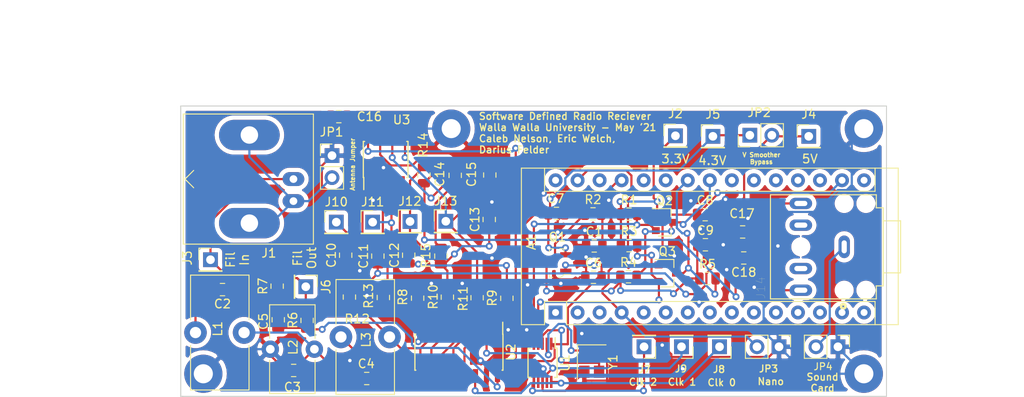
<source format=kicad_pcb>
(kicad_pcb (version 20171130) (host pcbnew "(5.1.9)-1")
  (title_block (title "SDR Reciever") (date 2021-04-29) (rev 0.3) (company "Walla Walla University") (comment 1 "Author: Caleb Nelson") (comment 2 "ENGR 357"))
  (layers (0 F.Cu signal) (31 B.Cu signal) (34 B.Paste user) (35 F.Paste user) (36 B.SilkS user) (37 F.SilkS user) (38 B.Mask user) (39 F.Mask user) (44 Edge.Cuts user))
  (net 0 "")
  (net 1 +3V3)
  (net 2 "Net-(A1-Pad29)")
  (net 3 /SDA_5V)
  (net 4 /SCL_5V)
  (net 5 +5V)
  (net 6 GND)
  (net 7 "Net-(C1-Pad2)")
  (net 8 "Net-(C2-Pad1)")
  (net 9 "Net-(C2-Pad2)")
  (net 10 "Net-(C3-Pad2)")
  (net 11 "Net-(C4-Pad2)")
  (net 12 +4.3V)
  (net 13 "Net-(C10-Pad1)")
  (net 14 "Net-(C11-Pad2)")
  (net 15 "Net-(C11-Pad1)")
  (net 16 "Net-(C12-Pad1)")
  (net 17 "Net-(C13-Pad1)")
  (net 18 "Net-(C14-Pad2)")
  (net 19 "Net-(C14-Pad1)")
  (net 20 "Net-(C15-Pad1)")
  (net 21 "Net-(C17-Pad1)")
  (net 22 "Net-(C18-Pad1)")
  (net 23 "Net-(J1-Pad2)")
  (net 24 /BPF_OUT)
  (net 25 "Net-(J7-Pad1)")
  (net 26 /I_LO)
  (net 27 /Q_LO)
  (net 28 "Net-(J14-Pad1)")
  (net 29 /SDA_3V)
  (net 30 /SCL_3V)
  (net 31 "Net-(R8-Pad2)")
  (net 32 "Net-(R9-Pad2)")
  (net 33 "Net-(R10-Pad2)")
  (net 34 "Net-(R11-Pad2)")
  (net 35 "Net-(U1-Pad2)")
  (net 36 "Net-(U1-Pad3)")
  (module Module:Arduino_Nano (layer F.Cu) (at 139.6619 140.0048 90)
    (fp_text reference A1 (at 8.1026 -2.794 90) (layer F.SilkS))
    (fp_text value Arduino_Nano_v3.x)
    (pad 1 thru_hole rect (at 0 0 90) (size 1.6 1.6) (drill 0.8) (layers *.Cu *.Mask))
    (pad 17 thru_hole oval (at 15.24 33.02 90) (size 1.6 1.6) (drill 0.8) (layers *.Cu *.Mask) (net 1 +3V3))
    (pad 2 thru_hole oval (at 0 2.54 90) (size 1.6 1.6) (drill 0.8) (layers *.Cu *.Mask))
    (pad 18 thru_hole oval (at 15.24 30.48 90) (size 1.6 1.6) (drill 0.8) (layers *.Cu *.Mask))
    (pad 3 thru_hole oval (at 0 5.08 90) (size 1.6 1.6) (drill 0.8) (layers *.Cu *.Mask))
    (pad 19 thru_hole oval (at 15.24 27.94 90) (size 1.6 1.6) (drill 0.8) (layers *.Cu *.Mask))
    (pad 4 thru_hole oval (at 0 7.62 90) (size 1.6 1.6) (drill 0.8) (layers *.Cu *.Mask) (net 2 "Net-(A1-Pad29)"))
    (pad 20 thru_hole oval (at 15.24 25.4 90) (size 1.6 1.6) (drill 0.8) (layers *.Cu *.Mask))
    (pad 5 thru_hole oval (at 0 10.16 90) (size 1.6 1.6) (drill 0.8) (layers *.Cu *.Mask))
    (pad 21 thru_hole oval (at 15.24 22.86 90) (size 1.6 1.6) (drill 0.8) (layers *.Cu *.Mask))
    (pad 6 thru_hole oval (at 0 12.7 90) (size 1.6 1.6) (drill 0.8) (layers *.Cu *.Mask))
    (pad 22 thru_hole oval (at 15.24 20.32 90) (size 1.6 1.6) (drill 0.8) (layers *.Cu *.Mask))
    (pad 7 thru_hole oval (at 0 15.24 90) (size 1.6 1.6) (drill 0.8) (layers *.Cu *.Mask))
    (pad 23 thru_hole oval (at 15.24 17.78 90) (size 1.6 1.6) (drill 0.8) (layers *.Cu *.Mask) (net 3 /SDA_5V))
    (pad 8 thru_hole oval (at 0 17.78 90) (size 1.6 1.6) (drill 0.8) (layers *.Cu *.Mask))
    (pad 24 thru_hole oval (at 15.24 15.24 90) (size 1.6 1.6) (drill 0.8) (layers *.Cu *.Mask) (net 4 /SCL_5V))
    (pad 9 thru_hole oval (at 0 20.32 90) (size 1.6 1.6) (drill 0.8) (layers *.Cu *.Mask))
    (pad 25 thru_hole oval (at 15.24 12.7 90) (size 1.6 1.6) (drill 0.8) (layers *.Cu *.Mask))
    (pad 10 thru_hole oval (at 0 22.86 90) (size 1.6 1.6) (drill 0.8) (layers *.Cu *.Mask))
    (pad 26 thru_hole oval (at 15.24 10.16 90) (size 1.6 1.6) (drill 0.8) (layers *.Cu *.Mask))
    (pad 11 thru_hole oval (at 0 25.4 90) (size 1.6 1.6) (drill 0.8) (layers *.Cu *.Mask))
    (pad 27 thru_hole oval (at 15.24 7.62 90) (size 1.6 1.6) (drill 0.8) (layers *.Cu *.Mask) (net 5 +5V))
    (pad 12 thru_hole oval (at 0 27.94 90) (size 1.6 1.6) (drill 0.8) (layers *.Cu *.Mask))
    (pad 28 thru_hole oval (at 15.24 5.08 90) (size 1.6 1.6) (drill 0.8) (layers *.Cu *.Mask))
    (pad 13 thru_hole oval (at 0 30.48 90) (size 1.6 1.6) (drill 0.8) (layers *.Cu *.Mask))
    (pad 29 thru_hole oval (at 15.24 2.54 90) (size 1.6 1.6) (drill 0.8) (layers *.Cu *.Mask) (net 2 "Net-(A1-Pad29)"))
    (pad 14 thru_hole oval (at 0 33.02 90) (size 1.6 1.6) (drill 0.8) (layers *.Cu *.Mask))
    (pad 30 thru_hole oval (at 15.24 0 90) (size 1.6 1.6) (drill 0.8) (layers *.Cu *.Mask))
    (pad 15 thru_hole oval (at 0 35.56 90) (size 1.6 1.6) (drill 0.8) (layers *.Cu *.Mask))
    (pad 16 thru_hole oval (at 15.24 35.56 90) (size 1.6 1.6) (drill 0.8) (layers *.Cu *.Mask))
  )
  (module Capacitor_SMD:C_0805_2012Metric (layer F.Cu) (at 144.1196 132.334)
    (fp_text reference C1 (at 0 -1.65) (layer F.SilkS))
    (fp_text value 10uF)
    (pad 1 smd roundrect (at -0.9375 0) (size 0.975 1.4) (layers F.Cu F.Paste F.Mask) (net 6 GND))
    (pad 2 smd roundrect (at 0.9375 0) (size 0.975 1.4) (layers F.Cu F.Paste F.Mask) (net 7 "Net-(C1-Pad2)"))
  )
  (module Capacitor_SMD:C_0805_2012Metric (layer F.Cu) (at 101.2698 137.3632 180)
    (fp_text reference C2 (at 0 -1.65 180) (layer F.SilkS))
    (fp_text value 330pF)
    (pad 1 smd roundrect (at -0.9375 0 180) (size 0.975 1.4) (layers F.Cu F.Paste F.Mask) (net 8 "Net-(C2-Pad1)"))
    (pad 2 smd roundrect (at 0.9375 0 180) (size 0.975 1.4) (layers F.Cu F.Paste F.Mask) (net 9 "Net-(C2-Pad2)"))
  )
  (module Capacitor_SMD:C_0805_2012Metric (layer F.Cu) (at 109.474 146.685)
    (fp_text reference C3 (at -0.1397 1.9177) (layer F.SilkS))
    (fp_text value 620pF)
    (pad 1 smd roundrect (at -0.9375 0) (size 0.975 1.4) (layers F.Cu F.Paste F.Mask) (net 6 GND))
    (pad 2 smd roundrect (at 0.9375 0) (size 0.975 1.4) (layers F.Cu F.Paste F.Mask) (net 10 "Net-(C3-Pad2)"))
  )
  (module Capacitor_SMD:C_0805_2012Metric (layer F.Cu) (at 117.8941 147.6121)
    (fp_text reference C4 (at -0.0508 -1.7018) (layer F.SilkS))
    (fp_text value 330pF)
    (pad 2 smd roundrect (at 0.9375 0) (size 0.975 1.4) (layers F.Cu F.Paste F.Mask) (net 11 "Net-(C4-Pad2)"))
    (pad 1 smd roundrect (at -0.9375 0) (size 0.975 1.4) (layers F.Cu F.Paste F.Mask) (net 10 "Net-(C3-Pad2)"))
  )
  (module Capacitor_SMD:C_0805_2012Metric (layer F.Cu) (at 107.696 140.843 90)
    (fp_text reference C5 (at -0.1905 -1.7145 90) (layer F.SilkS))
    (fp_text value 0.1u)
    (pad 2 smd roundrect (at 0.9375 0 90) (size 0.975 1.4) (layers F.Cu F.Paste F.Mask) (net 6 GND))
    (pad 1 smd roundrect (at -0.9375 0 90) (size 0.975 1.4) (layers F.Cu F.Paste F.Mask) (net 12 +4.3V))
  )
  (module Capacitor_SMD:C_0805_2012Metric (layer F.Cu) (at 144.0284 135.9408)
    (fp_text reference C6 (at 0 -1.65) (layer F.SilkS))
    (fp_text value 0.1u)
    (pad 2 smd roundrect (at 0.9375 0) (size 0.975 1.4) (layers F.Cu F.Paste F.Mask) (net 1 +3V3))
    (pad 1 smd roundrect (at -0.9375 0) (size 0.975 1.4) (layers F.Cu F.Paste F.Mask) (net 6 GND))
  )
  (module Capacitor_SMD:C_0805_2012Metric (layer F.Cu) (at 139.7635 128.5875)
    (fp_text reference C7 (at -0.0762 -1.7145) (layer F.SilkS))
    (fp_text value 0.1u)
    (pad 2 smd roundrect (at 0.9375 0) (size 0.975 1.4) (layers F.Cu F.Paste F.Mask) (net 6 GND))
    (pad 1 smd roundrect (at -0.9375 0) (size 0.975 1.4) (layers F.Cu F.Paste F.Mask) (net 12 +4.3V))
  )
  (module Capacitor_SMD:C_0805_2012Metric (layer F.Cu) (at 156.9085 128.7272)
    (fp_text reference C8 (at 0 -1.65) (layer F.SilkS))
    (fp_text value 0.1u)
    (pad 1 smd roundrect (at -0.9375 0) (size 0.975 1.4) (layers F.Cu F.Paste F.Mask) (net 1 +3V3))
    (pad 2 smd roundrect (at 0.9375 0) (size 0.975 1.4) (layers F.Cu F.Paste F.Mask) (net 6 GND))
  )
  (module Capacitor_SMD:C_0805_2012Metric (layer F.Cu) (at 156.9339 132.1943)
    (fp_text reference C9 (at 0 -1.65) (layer F.SilkS))
    (fp_text value 0.1u)
    (pad 2 smd roundrect (at 0.9375 0) (size 0.975 1.4) (layers F.Cu F.Paste F.Mask) (net 6 GND))
    (pad 1 smd roundrect (at -0.9375 0) (size 0.975 1.4) (layers F.Cu F.Paste F.Mask) (net 5 +5V))
  )
  (module Capacitor_SMD:C_0805_2012Metric (layer F.Cu) (at 115.4684 133.4008 90)
    (fp_text reference C10 (at 0 -1.65 90) (layer F.SilkS))
    (fp_text value 22n)
    (pad 2 smd roundrect (at 0.9375 0 90) (size 0.975 1.4) (layers F.Cu F.Paste F.Mask) (net 6 GND))
    (pad 1 smd roundrect (at -0.9375 0 90) (size 0.975 1.4) (layers F.Cu F.Paste F.Mask) (net 13 "Net-(C10-Pad1)"))
  )
  (module Capacitor_SMD:C_0805_2012Metric (layer F.Cu) (at 119.1768 133.5024 90)
    (fp_text reference C11 (at 0 -1.65 90) (layer F.SilkS))
    (fp_text value 15p)
    (pad 1 smd roundrect (at -0.9375 0 90) (size 0.975 1.4) (layers F.Cu F.Paste F.Mask) (net 15 "Net-(C11-Pad1)"))
    (pad 2 smd roundrect (at 0.9375 0 90) (size 0.975 1.4) (layers F.Cu F.Paste F.Mask) (net 14 "Net-(C11-Pad2)"))
  )
  (module Capacitor_SMD:C_0805_2012Metric (layer F.Cu) (at 122.7328 133.4008 90)
    (fp_text reference C12 (at 0 -1.65 90) (layer F.SilkS))
    (fp_text value 4.35n)
    (pad 1 smd roundrect (at -0.9375 0 90) (size 0.975 1.4) (layers F.Cu F.Paste F.Mask) (net 16 "Net-(C12-Pad1)"))
    (pad 2 smd roundrect (at 0.9375 0 90) (size 0.975 1.4) (layers F.Cu F.Paste F.Mask) (net 6 GND))
  )
  (module Capacitor_SMD:C_0805_2012Metric (layer F.Cu) (at 132.0165 129.286 90)
    (fp_text reference C13 (at 0 -1.65 90) (layer F.SilkS))
    (fp_text value 22n)
    (pad 2 smd roundrect (at 0.9375 0 90) (size 0.975 1.4) (layers F.Cu F.Paste F.Mask) (net 6 GND))
    (pad 1 smd roundrect (at -0.9375 0 90) (size 0.975 1.4) (layers F.Cu F.Paste F.Mask) (net 17 "Net-(C13-Pad1)"))
  )
  (module Capacitor_SMD:C_0805_2012Metric (layer F.Cu) (at 128.0922 124.1956 270)
    (fp_text reference C14 (at -0.127 1.778 90) (layer F.SilkS))
    (fp_text value 15p)
    (pad 2 smd roundrect (at 0.9375 0 270) (size 0.975 1.4) (layers F.Cu F.Paste F.Mask) (net 18 "Net-(C14-Pad2)"))
    (pad 1 smd roundrect (at -0.9375 0 270) (size 0.975 1.4) (layers F.Cu F.Paste F.Mask) (net 19 "Net-(C14-Pad1)"))
  )
  (module Capacitor_SMD:C_0805_2012Metric (layer F.Cu) (at 132.08 124.1575 90)
    (fp_text reference C15 (at 0.0762 -2.1082 90) (layer F.SilkS))
    (fp_text value 4.35n)
    (pad 2 smd roundrect (at 0.9375 0 90) (size 0.975 1.4) (layers F.Cu F.Paste F.Mask) (net 6 GND))
    (pad 1 smd roundrect (at -0.9375 0 90) (size 0.975 1.4) (layers F.Cu F.Paste F.Mask) (net 20 "Net-(C15-Pad1)"))
  )
  (module Capacitor_SMD:C_0805_2012Metric (layer F.Cu) (at 114.681 117.4242 180)
    (fp_text reference C16 (at -3.5306 0) (layer F.SilkS))
    (fp_text value 0.1u)
    (pad 1 smd roundrect (at -0.9375 0 180) (size 0.975 1.4) (layers F.Cu F.Paste F.Mask) (net 12 +4.3V))
    (pad 2 smd roundrect (at 0.9375 0 180) (size 0.975 1.4) (layers F.Cu F.Paste F.Mask) (net 6 GND))
  )
  (module Capacitor_SMD:C_0805_2012Metric (layer F.Cu) (at 161.2265 130.7211 180)
    (fp_text reference C17 (at 0.0762 2.1209) (layer F.SilkS))
    (fp_text value 10u)
    (pad 2 smd roundrect (at 0.9375 0 180) (size 0.975 1.4) (layers F.Cu F.Paste F.Mask) (net 15 "Net-(C11-Pad1)"))
    (pad 1 smd roundrect (at -0.9375 0 180) (size 0.975 1.4) (layers F.Cu F.Paste F.Mask) (net 21 "Net-(C17-Pad1)"))
  )
  (module Capacitor_SMD:C_0805_2012Metric (layer F.Cu) (at 161.3535 133.7183 180)
    (fp_text reference C18 (at 0 -1.65) (layer F.SilkS))
    (fp_text value 10u)
    (pad 1 smd roundrect (at -0.9375 0 180) (size 0.975 1.4) (layers F.Cu F.Paste F.Mask) (net 22 "Net-(C18-Pad1)"))
    (pad 2 smd roundrect (at 0.9375 0 180) (size 0.975 1.4) (layers F.Cu F.Paste F.Mask) (net 19 "Net-(C14-Pad1)"))
  )
  (module Connector_PinHeader_2.54mm:PinHeader_1x01_P2.54mm_Vertical (layer F.Cu) (at 153.4795 119.634)
    (fp_text reference J2 (at 0 -2.54) (layer F.SilkS))
    (fp_text value 3.3V)
    (pad 1 thru_hole rect (at 0 0) (size 1.7 1.7) (drill 1) (layers *.Cu *.Mask) (net 1 +3V3))
  )
  (module Connector_PinHeader_2.54mm:PinHeader_1x01_P2.54mm_Vertical (layer F.Cu) (at 99.8855 133.9215)
    (fp_text reference J3 (at -2.667 -0.2032 90) (layer F.SilkS))
    (fp_text value FIL_IN)
    (pad 1 thru_hole rect (at 0 0) (size 1.7 1.7) (drill 1) (layers *.Cu *.Mask) (net 8 "Net-(C2-Pad1)"))
  )
  (module Connector_PinHeader_2.54mm:PinHeader_1x01_P2.54mm_Vertical (layer F.Cu) (at 168.8465 119.6975)
    (fp_text reference J4 (at 0 -2.54) (layer F.SilkS))
    (fp_text value 5V)
    (pad 1 thru_hole rect (at 0 0) (size 1.7 1.7) (drill 1) (layers *.Cu *.Mask) (net 5 +5V))
  )
  (module Connector_PinHeader_2.54mm:PinHeader_1x01_P2.54mm_Vertical (layer F.Cu) (at 157.7975 119.6975)
    (fp_text reference J5 (at 0 -2.54) (layer F.SilkS))
    (fp_text value 4.3V)
    (pad 1 thru_hole rect (at 0 0) (size 1.7 1.7) (drill 1) (layers *.Cu *.Mask) (net 12 +4.3V))
  )
  (module Connector_PinHeader_2.54mm:PinHeader_1x01_P2.54mm_Vertical (layer F.Cu) (at 110.871 137.033 270)
    (fp_text reference J6 (at 0 -2.33 90) (layer F.SilkS))
    (fp_text value FIL_OUT)
    (pad 1 thru_hole rect (at 0 0 270) (size 1.7 1.7) (drill 1) (layers *.Cu *.Mask) (net 24 /BPF_OUT))
  )
  (module Connector_PinHeader_2.54mm:PinHeader_1x01_P2.54mm_Vertical (layer F.Cu) (at 149.86 143.9545 180)
    (fp_text reference J7 (at -0.0635 -2.6035) (layer F.SilkS) (effects (font (size 0.8 0.8))))
    (fp_text value CLK_2)
    (pad 1 thru_hole rect (at 0 0 180) (size 1.7 1.7) (drill 1) (layers *.Cu *.Mask) (net 25 "Net-(J7-Pad1)"))
  )
  (module Connector_PinHeader_2.54mm:PinHeader_1x01_P2.54mm_Vertical (layer F.Cu) (at 158.5595 143.9545 180)
    (fp_text reference J8 (at 0.0635 -2.6035) (layer F.SilkS) (effects (font (size 0.8 0.8))))
    (fp_text value CLK_0)
    (pad 1 thru_hole rect (at 0 0 180) (size 1.7 1.7) (drill 1) (layers *.Cu *.Mask) (net 26 /I_LO))
  )
  (module Connector_PinHeader_2.54mm:PinHeader_1x01_P2.54mm_Vertical (layer F.Cu) (at 154.178 143.9545 180)
    (fp_text reference J9 (at 0.0635 -2.54) (layer F.SilkS) (effects (font (size 0.8 0.8))))
    (fp_text value CLK_1)
    (pad 1 thru_hole rect (at 0 0 180) (size 1.7 1.7) (drill 1) (layers *.Cu *.Mask) (net 27 /Q_LO))
  )
  (module Connector_PinHeader_2.54mm:PinHeader_1x01_P2.54mm_Vertical (layer F.Cu) (at 114.3889 129.5908)
    (fp_text reference J10 (at 0 -2.33) (layer F.SilkS))
    (fp_text value I_0)
    (pad 1 thru_hole rect (at 0 0) (size 1.7 1.7) (drill 1) (layers *.Cu *.Mask) (net 13 "Net-(C10-Pad1)"))
  )
  (module Connector_PinHeader_2.54mm:PinHeader_1x01_P2.54mm_Vertical (layer F.Cu) (at 118.5799 129.5908)
    (fp_text reference J11 (at 0 -2.33) (layer F.SilkS))
    (fp_text value I_180)
    (pad 1 thru_hole rect (at 0 0) (size 1.7 1.7) (drill 1) (layers *.Cu *.Mask) (net 16 "Net-(C12-Pad1)"))
  )
  (module Connector_PinHeader_2.54mm:PinHeader_1x01_P2.54mm_Vertical (layer F.Cu) (at 122.8852 129.5146)
    (fp_text reference J12 (at 0 -2.33) (layer F.SilkS))
    (fp_text value Q_90)
    (pad 1 thru_hole rect (at 0 0) (size 1.7 1.7) (drill 1) (layers *.Cu *.Mask) (net 17 "Net-(C13-Pad1)"))
  )
  (module Connector_PinHeader_2.54mm:PinHeader_1x01_P2.54mm_Vertical (layer F.Cu) (at 127.0127 129.4892)
    (fp_text reference J13 (at 0 -2.33) (layer F.SilkS))
    (fp_text value Q_270)
    (pad 1 thru_hole rect (at 0 0) (size 1.7 1.7) (drill 1) (layers *.Cu *.Mask) (net 20 "Net-(C15-Pad1)"))
  )
  (module Connector_Audio:35RAPC4BHN2 (layer F.Cu) (at 171.9326 132.4356 90)
    (fp_text reference J14 (at -4.7244 -8.6106 90) (layer F.SilkS) (effects (font (size 1.003858 1.003858) (thickness 0.015))))
    (fp_text value AudioJack3)
    (pad 2 thru_hole oval (at 5 -4 90) (size 1.3 2.6) (drill oval 0.6 1.5) (layers *.Cu *.Mask) (net 21 "Net-(C17-Pad1)"))
    (pad 3 thru_hole oval (at -5 -4 90) (size 1.3 2.6) (drill oval 0.6 1.5) (layers *.Cu *.Mask) (net 22 "Net-(C18-Pad1)"))
    (pad 11 thru_hole oval (at -2.5 -4 90) (size 1.3 2.6) (drill oval 0.6 1.5) (layers *.Cu *.Mask))
    (pad 10 thru_hole oval (at 2.5 -4 90) (size 1.3 2.6) (drill oval 0.6 1.5) (layers *.Cu *.Mask))
    (pad 1 thru_hole oval (at 0 1 90) (size 2.6 1.3) (drill oval 1.5 0.6) (layers *.Cu *.Mask) (net 28 "Net-(J14-Pad1)"))
    (pad None np_thru_hole circle (at 0 -4 90) (size 1.2 1.2) (drill 1.2) (layers *.Cu *.Mask))
    (pad None np_thru_hole circle (at -5 1 90) (size 1.2 1.2) (drill 1.2) (layers *.Cu *.Mask))
    (pad None np_thru_hole circle (at -5 3.5 90) (size 1.2 1.2) (drill 1.2) (layers *.Cu *.Mask))
    (pad None np_thru_hole circle (at 5 1 90) (size 1.2 1.2) (drill 1.2) (layers *.Cu *.Mask))
    (pad None np_thru_hole circle (at 5 3.5 90) (size 1.2 1.2) (drill 1.2) (layers *.Cu *.Mask))
  )
  (module Connector_PinHeader_2.54mm:PinHeader_1x02_P2.54mm_Vertical (layer F.Cu) (at 113.8936 121.92)
    (fp_text reference JP1 (at -0.0508 -2.7178 -180) (layer F.SilkS))
    (fp_text value Jumper_NC_Small)
    (pad 2 thru_hole oval (at 0 2.54) (size 1.7 1.7) (drill 1) (layers *.Cu *.Mask) (net 23 "Net-(J1-Pad2)"))
    (pad 1 thru_hole rect (at 0 0) (size 1.7 1.7) (drill 1) (layers *.Cu *.Mask) (net 6 GND))
  )
  (module Connector_PinHeader_2.54mm:PinHeader_1x02_P2.54mm_Vertical (layer F.Cu) (at 162.052 119.5705 90)
    (fp_text reference JP2 (at 2.6162 1.0922 180) (layer F.SilkS))
    (fp_text value Jumper_NC_Small)
    (pad 2 thru_hole oval (at 0 2.54 90) (size 1.7 1.7) (drill 1) (layers *.Cu *.Mask) (net 5 +5V))
    (pad 1 thru_hole rect (at 0 0 90) (size 1.7 1.7) (drill 1) (layers *.Cu *.Mask) (net 12 +4.3V))
  )
  (module Connector_PinHeader_2.54mm:PinHeader_1x02_P2.54mm_Vertical (layer F.Cu) (at 165.4175 143.9545 270)
    (fp_text reference JP3 (at 2.54 1.2065 180) (layer F.SilkS) (effects (font (size 0.8 0.8))))
    (fp_text value Jumper_NC_Small)
    (pad 1 thru_hole rect (at 0 0 270) (size 1.7 1.7) (drill 1) (layers *.Cu *.Mask) (net 6 GND))
    (pad 2 thru_hole oval (at 0 2.54 270) (size 1.7 1.7) (drill 1) (layers *.Cu *.Mask) (net 2 "Net-(A1-Pad29)"))
  )
  (module Connector_PinHeader_2.54mm:PinHeader_1x02_P2.54mm_Vertical (layer F.Cu) (at 172.212 143.9545 270)
    (fp_text reference JP4 (at 2.286 1.7145 180) (layer F.SilkS) (effects (font (size 0.8 0.8) (thickness 0.125))))
    (fp_text value Jumper_NC_Small)
    (pad 1 thru_hole rect (at 0 0 270) (size 1.7 1.7) (drill 1) (layers *.Cu *.Mask) (net 6 GND))
    (pad 2 thru_hole oval (at 0 2.54 270) (size 1.7 1.7) (drill 1) (layers *.Cu *.Mask) (net 28 "Net-(J14-Pad1)"))
  )
  (module Inductor_THT:L_Toroid_Vertical_L13.0mm_W6.5mm_P5.60mm (layer F.Cu) (at 98.1583 142.3162 90)
    (fp_text reference L1 (at 0.4318 2.5654 90) (layer F.SilkS))
    (fp_text value 820nH)
    (pad 2 thru_hole circle (at 0 5.6 90) (size 2.6 2.6) (drill 1.3) (layers *.Cu *.Mask) (net 10 "Net-(C3-Pad2)"))
    (pad 1 thru_hole circle (at 0 0 90) (size 2.6 2.6) (drill 1.3) (layers *.Cu *.Mask) (net 9 "Net-(C2-Pad2)"))
  )
  (module Inductor_THT:L_Toroid_Vertical_L10.0mm_W5.0mm_P5.08mm (layer F.Cu) (at 111.8616 144.2339 270)
    (fp_text reference L2 (at -0.2159 2.4511 90) (layer F.SilkS))
    (fp_text value 430nH)
    (pad 1 thru_hole circle (at 0 0 270) (size 2 2) (drill 1) (layers *.Cu *.Mask) (net 10 "Net-(C3-Pad2)"))
    (pad 2 thru_hole circle (at 0 5.08 270) (size 2 2) (drill 1) (layers *.Cu *.Mask) (net 6 GND))
  )
  (module Inductor_THT:L_Toroid_Vertical_L13.0mm_W6.5mm_P5.60mm (layer F.Cu) (at 114.9223 142.8242 90)
    (fp_text reference L3 (at -0.3302 2.9083 90) (layer F.SilkS))
    (fp_text value 820nH)
    (pad 1 thru_hole circle (at 0 0 90) (size 2.6 2.6) (drill 1.3) (layers *.Cu *.Mask) (net 11 "Net-(C4-Pad2)"))
    (pad 2 thru_hole circle (at 0 5.6 90) (size 2.6 2.6) (drill 1.3) (layers *.Cu *.Mask) (net 24 /BPF_OUT))
  )
  (module digikey-footprints:SOT-23-3 (layer F.Cu) (at 139.793 134.3 180)
    (fp_text reference Q1 (at -0.0889 2.9972) (layer F.SilkS))
    (fp_text value MMBT2222A-TP)
    (pad 3 smd rect (at 1.05 0 180) (size 1.3 0.6) (layers F.Cu F.Paste F.Mask) (net 5 +5V))
    (pad 2 smd rect (at -1.05 0.95 180) (size 1.3 0.6) (layers F.Cu F.Paste F.Mask) (net 12 +4.3V))
    (pad 1 smd rect (at -1.05 -0.95 180) (size 1.3 0.6) (layers F.Cu F.Paste F.Mask) (net 7 "Net-(C1-Pad2)"))
  )
  (module Package_TO_SOT_SMD:SOT-23 (layer F.Cu) (at 152.2189 129.6137)
    (fp_text reference Q2 (at 0 -2.5) (layer F.SilkS))
    (fp_text value BSS138)
    (pad 3 smd rect (at 1 0) (size 0.9 0.8) (layers F.Cu F.Paste F.Mask) (net 3 /SDA_5V))
    (pad 2 smd rect (at -1 0.95) (size 0.9 0.8) (layers F.Cu F.Paste F.Mask) (net 29 /SDA_3V))
    (pad 1 smd rect (at -1 -0.95) (size 0.9 0.8) (layers F.Cu F.Paste F.Mask) (net 1 +3V3))
  )
  (module Package_TO_SOT_SMD:SOT-23 (layer F.Cu) (at 152.5397 135.4709)
    (fp_text reference Q3 (at 0 -2.5) (layer F.SilkS))
    (fp_text value BSS138)
    (pad 1 smd rect (at -1 -0.95) (size 0.9 0.8) (layers F.Cu F.Paste F.Mask) (net 1 +3V3))
    (pad 2 smd rect (at -1 0.95) (size 0.9 0.8) (layers F.Cu F.Paste F.Mask) (net 30 /SCL_3V))
    (pad 3 smd rect (at 1 0) (size 0.9 0.8) (layers F.Cu F.Paste F.Mask) (net 4 /SCL_5V))
  )
  (module Resistor_SMD:R_0805_2012Metric (layer F.Cu) (at 148.1328 128.6637)
    (fp_text reference R1 (at 0 -1.65) (layer F.SilkS))
    (fp_text value 10k)
    (pad 2 smd roundrect (at 0.9375 0) (size 0.975 1.4) (layers F.Cu F.Paste F.Mask) (net 29 /SDA_3V))
    (pad 1 smd roundrect (at -0.9375 0) (size 0.975 1.4) (layers F.Cu F.Paste F.Mask) (net 1 +3V3))
  )
  (module Resistor_SMD:R_0805_2012Metric (layer F.Cu) (at 143.9799 128.6383)
    (fp_text reference R2 (at 0 -1.65) (layer F.SilkS))
    (fp_text value 1k)
    (pad 1 smd roundrect (at -0.9375 0) (size 0.975 1.4) (layers F.Cu F.Paste F.Mask) (net 5 +5V))
    (pad 2 smd roundrect (at 0.9375 0) (size 0.975 1.4) (layers F.Cu F.Paste F.Mask) (net 7 "Net-(C1-Pad2)"))
  )
  (module Resistor_SMD:R_0805_2012Metric (layer F.Cu) (at 148.1328 132.2959)
    (fp_text reference R3 (at 0 -1.65) (layer F.SilkS))
    (fp_text value 10k)
    (pad 1 smd roundrect (at -0.9375 0) (size 0.975 1.4) (layers F.Cu F.Paste F.Mask) (net 1 +3V3))
    (pad 2 smd roundrect (at 0.9375 0) (size 0.975 1.4) (layers F.Cu F.Paste F.Mask) (net 30 /SCL_3V))
  )
  (module Resistor_SMD:R_0805_2012Metric (layer F.Cu) (at 148.067 135.8773)
    (fp_text reference R4 (at 0 -1.65) (layer F.SilkS))
    (fp_text value 10k)
    (pad 2 smd roundrect (at 0.9375 0) (size 0.975 1.4) (layers F.Cu F.Paste F.Mask) (net 3 /SDA_5V))
    (pad 1 smd roundrect (at -0.9375 0) (size 0.975 1.4) (layers F.Cu F.Paste F.Mask) (net 5 +5V))
  )
  (module Resistor_SMD:R_0805_2012Metric (layer F.Cu) (at 157.1729 136.0805)
    (fp_text reference R5 (at 0 -1.65) (layer F.SilkS))
    (fp_text value 10k)
    (pad 1 smd roundrect (at -0.9375 0) (size 0.975 1.4) (layers F.Cu F.Paste F.Mask) (net 5 +5V))
    (pad 2 smd roundrect (at 0.9375 0) (size 0.975 1.4) (layers F.Cu F.Paste F.Mask) (net 4 /SCL_5V))
  )
  (module Resistor_SMD:R_0805_2012Metric (layer F.Cu) (at 111.0234 140.9192 270)
    (fp_text reference R6 (at -0.0254 1.651 90) (layer F.SilkS))
    (fp_text value 10k)
    (pad 1 smd roundrect (at -0.9375 0 270) (size 0.975 1.4) (layers F.Cu F.Paste F.Mask) (net 24 /BPF_OUT))
    (pad 2 smd roundrect (at 0.9375 0 270) (size 0.975 1.4) (layers F.Cu F.Paste F.Mask) (net 12 +4.3V))
  )
  (module Resistor_SMD:R_0805_2012Metric (layer F.Cu) (at 107.569 136.9695 90)
    (fp_text reference R7 (at 0 -1.65 90) (layer F.SilkS))
    (fp_text value 10k)
    (pad 2 smd roundrect (at 0.9375 0 90) (size 0.975 1.4) (layers F.Cu F.Paste F.Mask) (net 24 /BPF_OUT))
    (pad 1 smd roundrect (at -0.9375 0 90) (size 0.975 1.4) (layers F.Cu F.Paste F.Mask) (net 6 GND))
  )
  (module Resistor_SMD:R_0805_2012Metric (layer F.Cu) (at 123.7615 138.3515 270)
    (fp_text reference R8 (at -0.127 1.7145 90) (layer F.SilkS))
    (fp_text value 51)
    (pad 2 smd roundrect (at 0.9375 0 270) (size 0.975 1.4) (layers F.Cu F.Paste F.Mask) (net 31 "Net-(R8-Pad2)"))
    (pad 1 smd roundrect (at -0.9375 0 270) (size 0.975 1.4) (layers F.Cu F.Paste F.Mask) (net 13 "Net-(C10-Pad1)"))
  )
  (module Resistor_SMD:R_0805_2012Metric (layer F.Cu) (at 134.0485 138.3665 270)
    (fp_text reference R9 (at -0.0381 1.6891 90) (layer F.SilkS))
    (fp_text value 51)
    (pad 1 smd roundrect (at -0.9375 0 270) (size 0.975 1.4) (layers F.Cu F.Paste F.Mask) (net 16 "Net-(C12-Pad1)"))
    (pad 2 smd roundrect (at 0.9375 0 270) (size 0.975 1.4) (layers F.Cu F.Paste F.Mask) (net 32 "Net-(R9-Pad2)"))
  )
  (module Resistor_SMD:R_0805_2012Metric (layer F.Cu) (at 127.1905 138.2395 270)
    (fp_text reference R10 (at -0.0381 1.6383 90) (layer F.SilkS))
    (fp_text value 51)
    (pad 2 smd roundrect (at 0.9375 0 270) (size 0.975 1.4) (layers F.Cu F.Paste F.Mask) (net 33 "Net-(R10-Pad2)"))
    (pad 1 smd roundrect (at -0.9375 0 270) (size 0.975 1.4) (layers F.Cu F.Paste F.Mask) (net 17 "Net-(C13-Pad1)"))
  )
  (module Resistor_SMD:R_0805_2012Metric (layer F.Cu) (at 130.6195 138.303 270)
    (fp_text reference R11 (at 0.1143 1.6129 90) (layer F.SilkS))
    (fp_text value 51)
    (pad 1 smd roundrect (at -0.9375 0 270) (size 0.975 1.4) (layers F.Cu F.Paste F.Mask) (net 20 "Net-(C15-Pad1)"))
    (pad 2 smd roundrect (at 0.9375 0 270) (size 0.975 1.4) (layers F.Cu F.Paste F.Mask) (net 34 "Net-(R11-Pad2)"))
  )
  (module Resistor_SMD:R_0805_2012Metric (layer F.Cu) (at 115.9002 138.2268 270)
    (fp_text reference R12 (at 2.5146 -0.889 180) (layer F.SilkS))
    (fp_text value 51k)
    (pad 1 smd roundrect (at -0.9375 0 270) (size 0.975 1.4) (layers F.Cu F.Paste F.Mask) (net 15 "Net-(C11-Pad1)"))
    (pad 2 smd roundrect (at 0.9375 0 270) (size 0.975 1.4) (layers F.Cu F.Paste F.Mask) (net 13 "Net-(C10-Pad1)"))
  )
  (module Resistor_SMD:R_0805_2012Metric (layer F.Cu) (at 119.8118 138.2753 270)
    (fp_text reference R13 (at -0.1755 1.7018 270) (layer F.SilkS))
    (fp_text value 180)
    (pad 2 smd roundrect (at 0.9375 0 270) (size 0.975 1.4) (layers F.Cu F.Paste F.Mask) (net 13 "Net-(C10-Pad1)"))
    (pad 1 smd roundrect (at -0.9375 0 270) (size 0.975 1.4) (layers F.Cu F.Paste F.Mask) (net 14 "Net-(C11-Pad2)"))
  )
  (module Resistor_SMD:R_0805_2012Metric (layer F.Cu) (at 124.4854 124.1656 90)
    (fp_text reference R14 (at 3.4521 -0.0889 90) (layer F.SilkS))
    (fp_text value 51k)
    (pad 2 smd roundrect (at 0.9375 0 90) (size 0.975 1.4) (layers F.Cu F.Paste F.Mask) (net 17 "Net-(C13-Pad1)"))
    (pad 1 smd roundrect (at -0.9375 0 90) (size 0.975 1.4) (layers F.Cu F.Paste F.Mask) (net 19 "Net-(C14-Pad1)"))
  )
  (module Resistor_SMD:R_0805_2012Metric (layer F.Cu) (at 126.4412 133.5024 270)
    (fp_text reference R15 (at -0.0508 1.7272 90) (layer F.SilkS))
    (fp_text value 180)
    (pad 1 smd roundrect (at -0.9375 0 270) (size 0.975 1.4) (layers F.Cu F.Paste F.Mask) (net 18 "Net-(C14-Pad2)"))
    (pad 2 smd roundrect (at 0.9375 0 270) (size 0.975 1.4) (layers F.Cu F.Paste F.Mask) (net 17 "Net-(C13-Pad1)"))
  )
  (module Package_SO:MSOP-10_3x3mm_P0.5mm (layer F.Cu) (at 138.1633 145.8087 270)
    (fp_text reference U1 (at 0 -2.6 90) (layer F.SilkS))
    (fp_text value Si5351A-B-GT)
    (pad 1 smd rect (at -2.2 -1 270) (size 1.4 0.3) (layers F.Cu F.Paste F.Mask) (net 1 +3V3))
    (pad 2 smd rect (at -2.2 -0.5 270) (size 1.4 0.3) (layers F.Cu F.Paste F.Mask) (net 35 "Net-(U1-Pad2)"))
    (pad 3 smd rect (at -2.2 0 270) (size 1.4 0.3) (layers F.Cu F.Paste F.Mask) (net 36 "Net-(U1-Pad3)"))
    (pad 4 smd rect (at -2.2 0.5 270) (size 1.4 0.3) (layers F.Cu F.Paste F.Mask) (net 30 /SCL_3V))
    (pad 5 smd rect (at -2.2 1 270) (size 1.4 0.3) (layers F.Cu F.Paste F.Mask) (net 29 /SDA_3V))
    (pad 6 smd rect (at 2.2 1 270) (size 1.4 0.3) (layers F.Cu F.Paste F.Mask) (net 25 "Net-(J7-Pad1)"))
    (pad 7 smd rect (at 2.2 0.5 270) (size 1.4 0.3) (layers F.Cu F.Paste F.Mask) (net 1 +3V3))
    (pad 8 smd rect (at 2.2 0 270) (size 1.4 0.3) (layers F.Cu F.Paste F.Mask) (net 6 GND))
    (pad 9 smd rect (at 2.2 -0.5 270) (size 1.4 0.3) (layers F.Cu F.Paste F.Mask) (net 27 /Q_LO))
    (pad 10 smd rect (at 2.2 -1 270) (size 1.4 0.3) (layers F.Cu F.Paste F.Mask) (net 26 /I_LO))
  )
  (module Package_SO:SOIC-16_3.9x9.9mm_P1.27mm (layer F.Cu) (at 128.524 144.5768 270)
    (fp_text reference U2 (at 0 -6 90) (layer F.SilkS))
    (fp_text value SN74CBT3253)
    (pad 16 smd rect (at 2.7 -4.445 270) (size 1.5 0.6) (layers F.Cu F.Paste F.Mask) (net 12 +4.3V))
    (pad 15 smd rect (at 2.7 -3.175 270) (size 1.5 0.6) (layers F.Cu F.Paste F.Mask) (net 6 GND))
    (pad 14 smd rect (at 2.7 -1.905 270) (size 1.5 0.6) (layers F.Cu F.Paste F.Mask) (net 26 /I_LO))
    (pad 13 smd rect (at 2.7 -0.635 270) (size 1.5 0.6) (layers F.Cu F.Paste F.Mask) (net 32 "Net-(R9-Pad2)"))
    (pad 12 smd rect (at 2.7 0.635 270) (size 1.5 0.6) (layers F.Cu F.Paste F.Mask) (net 34 "Net-(R11-Pad2)"))
    (pad 11 smd rect (at 2.7 1.905 270) (size 1.5 0.6) (layers F.Cu F.Paste F.Mask) (net 33 "Net-(R10-Pad2)"))
    (pad 10 smd rect (at 2.7 3.175 270) (size 1.5 0.6) (layers F.Cu F.Paste F.Mask) (net 31 "Net-(R8-Pad2)"))
    (pad 9 smd rect (at 2.7 4.445 270) (size 1.5 0.6) (layers F.Cu F.Paste F.Mask) (net 24 /BPF_OUT))
    (pad 8 smd rect (at -2.7 4.445 270) (size 1.5 0.6) (layers F.Cu F.Paste F.Mask) (net 6 GND))
    (pad 7 smd rect (at -2.7 3.175 270) (size 1.5 0.6) (layers F.Cu F.Paste F.Mask) (net 24 /BPF_OUT))
    (pad 6 smd rect (at -2.7 1.905 270) (size 1.5 0.6) (layers F.Cu F.Paste F.Mask) (net 31 "Net-(R8-Pad2)"))
    (pad 5 smd rect (at -2.7 0.635 270) (size 1.5 0.6) (layers F.Cu F.Paste F.Mask) (net 33 "Net-(R10-Pad2)"))
    (pad 4 smd rect (at -2.7 -0.635 270) (size 1.5 0.6) (layers F.Cu F.Paste F.Mask) (net 34 "Net-(R11-Pad2)"))
    (pad 3 smd rect (at -2.7 -1.905 270) (size 1.5 0.6) (layers F.Cu F.Paste F.Mask) (net 32 "Net-(R9-Pad2)"))
    (pad 2 smd rect (at -2.7 -3.175 270) (size 1.5 0.6) (layers F.Cu F.Paste F.Mask) (net 27 /Q_LO))
    (pad 1 smd rect (at -2.7 -4.445 270) (size 1.5 0.6) (layers F.Cu F.Paste F.Mask) (net 6 GND))
  )
  (module Package_SO:SOIC-8_3.9x4.9mm_P1.27mm (layer F.Cu) (at 120.0785 122.3645 90)
    (fp_text reference U3 (at 4.572 1.8415 180) (layer F.SilkS))
    (fp_text value LM4562)
    (pad 8 smd rect (at 2.7 -1.905 90) (size 1.55 0.6) (layers F.Cu F.Paste F.Mask) (net 12 +4.3V))
    (pad 7 smd rect (at 2.7 -0.635 90) (size 1.55 0.6) (layers F.Cu F.Paste F.Mask) (net 19 "Net-(C14-Pad1)"))
    (pad 6 smd rect (at 2.7 0.635 90) (size 1.55 0.6) (layers F.Cu F.Paste F.Mask) (net 18 "Net-(C14-Pad2)"))
    (pad 5 smd rect (at 2.7 1.905 90) (size 1.55 0.6) (layers F.Cu F.Paste F.Mask) (net 20 "Net-(C15-Pad1)"))
    (pad 4 smd rect (at -2.7 1.905 90) (size 1.55 0.6) (layers F.Cu F.Paste F.Mask) (net 6 GND))
    (pad 3 smd rect (at -2.7 0.635 90) (size 1.55 0.6) (layers F.Cu F.Paste F.Mask) (net 16 "Net-(C12-Pad1)"))
    (pad 2 smd rect (at -2.7 -0.635 90) (size 1.55 0.6) (layers F.Cu F.Paste F.Mask) (net 14 "Net-(C11-Pad2)"))
    (pad 1 smd rect (at -2.7 -1.905 90) (size 1.55 0.6) (layers F.Cu F.Paste F.Mask) (net 15 "Net-(C11-Pad1)"))
  )
  (module Crystal:Crystal_SMD_Abracon_ABM8G-4Pin_3.2x2.5mm (layer F.Cu) (at 143.8275 145.7325 270)
    (fp_text reference Y1 (at 0 -2.45 90) (layer F.SilkS))
    (fp_text value CX3225SB)
    (pad 4 smd rect (at -1.1 -0.85 270) (size 1.4 1.2) (layers F.Cu F.Paste F.Mask) (net 6 GND))
    (pad 3 smd rect (at 1.1 -0.85 270) (size 1.4 1.2) (layers F.Cu F.Paste F.Mask) (net 36 "Net-(U1-Pad3)"))
    (pad 2 smd rect (at 1.1 0.85 270) (size 1.4 1.2) (layers F.Cu F.Paste F.Mask) (net 6 GND))
    (pad 1 smd rect (at -1.1 0.85 270) (size 1.4 1.2) (layers F.Cu F.Paste F.Mask) (net 35 "Net-(U1-Pad2)"))
  )
  (module MountingHole:MountingHole_2.2mm_M2_Pad (layer F.Cu) (at 99.06 147.066 270)
    (fp_text reference H1 hide)
    (fp_text value MountingHole_Pad)
    (pad 1 thru_hole circle (at 0 0 270) (size 4.4 4.4) (drill 2.2) (layers *.Cu *.Mask) (net 6 GND))
  )
  (module MountingHole:MountingHole_2.2mm_M2_Pad (layer F.Cu) (at 175.1965 147.066)
    (fp_text reference H2 hide)
    (fp_text value MountingHole_Pad)
    (pad 1 thru_hole circle (at 0 0) (size 4.4 4.4) (drill 2.2) (layers *.Cu *.Mask) (net 6 GND))
  )
  (module MountingHole:MountingHole_2.2mm_M2_Pad (layer F.Cu) (at 127.635 118.8085)
    (fp_text reference H3 hide)
    (fp_text value MountingHole_Pad)
    (pad 1 thru_hole circle (at 0 0) (size 4.4 4.4) (drill 2.2) (layers *.Cu *.Mask) (net 6 GND))
  )
  (module MountingHole:MountingHole_2.2mm_M2_Pad (layer F.Cu) (at 175.1965 118.8085)
    (fp_text reference H4 hide)
    (fp_text value MountingHole_Pad)
    (pad 1 thru_hole circle (at 0 0) (size 4.4 4.4) (drill 2.2) (layers *.Cu *.Mask) (net 6 GND))
  )
  (module Connector_Coaxial:BNC_Amphenol_B6252HB-NPP3G-50_Horizontal (layer F.Cu) (at 109.4486 124.6251 90)
    (fp_text reference J1 (at -8.5344 -2.8321 180) (layer F.SilkS))
    (fp_text value Conn_Coaxial)
    (pad 2 thru_hole oval (at -5.08 -5.08 90) (size 3.5 7) (drill 2.01) (layers *.Cu *.Mask) (net 23 "Net-(J1-Pad2)"))
    (pad 2 thru_hole oval (at 5.08 -5.08 90) (size 3.5 7) (drill 2.01) (layers *.Cu *.Mask) (net 23 "Net-(J1-Pad2)"))
    (pad 1 thru_hole oval (at 0 0 90) (size 1.6 2.5) (drill 0.89) (layers *.Cu *.Mask) (net 8 "Net-(C2-Pad1)"))
    (pad 2 thru_hole oval (at -2.54 0 90) (size 1.6 2.5) (drill 0.89) (layers *.Cu *.Mask) (net 23 "Net-(J1-Pad2)"))
  )
  (gr_text "Software Defined Radio Reciever\nWalla Walla University - May '21\nCaleb Nelson, Eric Welch,\nDarius Felder" (at 130.7465 119.3165) (layer F.SilkS) (effects (font (size 0.8 0.8)) (justify left)))
  (gr_text "Clk 2" (at 149.733 148.0185) (layer F.SilkS) (effects (font (size 0.8 0.8))))
  (gr_text "Clk 1" (at 154.2415 148.0185) (layer F.SilkS) (effects (font (size 0.8 0.8))))
  (gr_text "Clk 0" (at 158.8135 148.082) (layer F.SilkS) (effects (font (size 0.8 0.8))))
  (gr_text Nano (at 164.465 147.955) (layer F.SilkS) (effects (font (size 0.8 0.8))))
  (gr_text "Antenna Jumper" (at 116.2685 122.936 90) (layer F.SilkS) (effects (font (size 0.5 0.5) (thickness 0.125))))
  (gr_text "Fil\nOut" (at 110.744 133.731 90) (layer F.SilkS) (effects (font (size 1 1))))
  (gr_text "Fil\nIn" (at 102.997 133.9215 90) (layer F.SilkS) (effects (font (size 1 1))))
  (gr_text "Sound\nCard" (at 170.434 148.082) (layer F.SilkS) (effects (font (size 0.8 0.8))))
  (gr_text "V Smoother\nBypass" (at 163.3855 122.2375) (layer F.SilkS) (effects (font (size 0.5 0.5) (thickness 0.125))))
  (gr_text 5V (at 168.9735 122.301) (layer F.SilkS) (effects (font (size 1 1))))
  (gr_text 4.3V (at 157.734 122.4915) (layer F.SilkS) (effects (font (size 1 1))))
  (gr_text 3.3V (at 153.4795 122.301) (layer F.SilkS) (effects (font (size 1 1))))
  (gr_line (start 177.8 116.205) (end 177.8 149.6695) (layer Edge.Cuts) (width 0.1))
  (gr_line (start 96.4565 116.205) (end 177.8 116.205) (layer Edge.Cuts) (width 0.1))
  (gr_line (start 96.4565 149.6695) (end 96.4565 116.205) (layer Edge.Cuts) (width 0.1))
  (gr_line (start 177.8 149.6695) (end 96.4565 149.6695) (layer Edge.Cuts) (width 0.1))
  (gr_line (start 96.774 149.6695) (end 96.4565 149.6695) (layer Edge.Cuts) (width 0.1))
  (gr_line (start 96.4565 149.6695) (end 96.647 149.6695) (layer Edge.Cuts) (width 0.1))
  (gr_line (start 96.4565 116.205) (end 96.4565 149.6695) (layer Edge.Cuts) (width 0.1))
  (gr_line (start 177.8 116.205) (end 96.4565 116.205) (layer Edge.Cuts) (width 0.1))
  (gr_line (start 177.8 117.348) (end 177.8 116.205) (layer Edge.Cuts) (width 0.1))
  (gr_line (start 177.8 149.6695) (end 177.8 117.348) (layer Edge.Cuts) (width 0.1))
  (gr_line (start 96.52 149.6695) (end 177.8 149.6695) (layer Edge.Cuts) (width 0.1))
  (segment (start 144.600898 135.9408) (end 144.9659 135.9408) (width 0.25) (layer F.Cu) (net 1))
  (segment (start 141.076899 143.660099) (end 141.076899 139.464799) (width 0.25) (layer F.Cu) (net 1))
  (segment (start 141.076899 139.464799) (end 144.600898 135.9408) (width 0.25) (layer F.Cu) (net 1))
  (segment (start 151.2824 128.7272) (end 151.2189 128.6637) (width 0.25) (layer F.Cu) (net 1))
  (segment (start 155.971 128.7272) (end 151.2824 128.7272) (width 0.25) (layer F.Cu) (net 1))
  (segment (start 147.1953 128.6637) (end 147.1953 132.2959) (width 0.25) (layer F.Cu) (net 1))
  (segment (start 144.9659 134.5253) (end 147.1953 132.2959) (width 0.25) (layer F.Cu) (net 1))
  (segment (start 144.9659 135.9408) (end 144.9659 134.5253) (width 0.25) (layer F.Cu) (net 1))
  (segment (start 151.993901 129.438701) (end 151.2189 128.6637) (width 0.25) (layer F.Cu) (net 1))
  (segment (start 151.993901 134.066699) (end 151.993901 129.438701) (width 0.25) (layer F.Cu) (net 1))
  (segment (start 151.5397 134.5209) (end 151.993901 134.066699) (width 0.25) (layer F.Cu) (net 1))
  (via (at 147.1041 127.2159) (size 0.8) (drill 0.4) (layers F.Cu B.Cu) (net 1))
  (segment (start 147.1953 127.3071) (end 147.1041 127.2159) (width 0.25) (layer F.Cu) (net 1))
  (segment (start 147.1953 128.6637) (end 147.1953 127.3071) (width 0.25) (layer F.Cu) (net 1))
  (via (at 151.3713 127.2159) (size 0.8) (drill 0.4) (layers F.Cu B.Cu) (net 1))
  (segment (start 147.1041 127.2159) (end 151.3713 127.2159) (width 0.25) (layer B.Cu) (net 1))
  (segment (start 151.3713 128.5113) (end 151.2189 128.6637) (width 0.25) (layer F.Cu) (net 1))
  (segment (start 151.3713 127.2159) (end 151.3713 128.5113) (width 0.25) (layer F.Cu) (net 1))
  (segment (start 150.971301 122.142199) (end 153.4795 119.634) (width 0.25) (layer F.Cu) (net 1))
  (segment (start 150.971301 126.815901) (end 150.971301 122.142199) (width 0.25) (layer F.Cu) (net 1))
  (segment (start 151.3713 127.2159) (end 150.971301 126.815901) (width 0.25) (layer F.Cu) (net 1))
  (via (at 158.3309 126.1999) (size 0.8) (drill 0.4) (layers F.Cu B.Cu) (net 1))
  (segment (start 158.3309 126.3673) (end 158.3309 126.1999) (width 0.25) (layer F.Cu) (net 1))
  (segment (start 155.971 128.7272) (end 158.3309 126.3673) (width 0.25) (layer F.Cu) (net 1))
  (segment (start 171.2468 126.1999) (end 172.6819 124.7648) (width 0.25) (layer B.Cu) (net 1))
  (segment (start 158.3309 126.1999) (end 171.2468 126.1999) (width 0.25) (layer B.Cu) (net 1))
  (segment (start 139.214699 143.660099) (end 139.1633 143.6087) (width 0.25) (layer F.Cu) (net 1))
  (segment (start 141.076899 143.660099) (end 139.214699 143.660099) (width 0.25) (layer F.Cu) (net 1))
  (segment (start 139.555225 144.000625) (end 139.1633 143.6087) (width 0.25) (layer F.Cu) (net 1))
  (segment (start 139.555225 145.22809) (end 139.555225 144.000625) (width 0.25) (layer F.Cu) (net 1))
  (segment (start 139.178225 145.60509) (end 139.555225 145.22809) (width 0.25) (layer F.Cu) (net 1))
  (segment (start 137.630286 145.60509) (end 139.178225 145.60509) (width 0.25) (layer F.Cu) (net 1))
  (segment (start 137.515998 145.719378) (end 137.630286 145.60509) (width 0.25) (layer F.Cu) (net 1))
  (segment (start 137.515998 146.844) (end 137.515998 145.719378) (width 0.25) (layer F.Cu) (net 1))
  (segment (start 137.6633 146.991302) (end 137.515998 146.844) (width 0.25) (layer F.Cu) (net 1))
  (segment (start 137.6633 148.0087) (end 137.6633 146.991302) (width 0.25) (layer F.Cu) (net 1))
  (segment (start 150.056599 142.779499) (end 147.2819 140.0048) (width 0.25) (layer B.Cu) (net 2))
  (segment (start 161.702499 142.779499) (end 150.056599 142.779499) (width 0.25) (layer B.Cu) (net 2))
  (segment (start 162.8775 143.9545) (end 161.702499 142.779499) (width 0.25) (layer B.Cu) (net 2))
  (segment (start 143.326901 123.639799) (end 142.2019 124.7648) (width 0.25) (layer F.Cu) (net 2))
  (segment (start 148.406901 124.224799) (end 147.821901 123.639799) (width 0.25) (layer F.Cu) (net 2))
  (segment (start 148.406901 126.647517) (end 148.406901 124.224799) (width 0.25) (layer F.Cu) (net 2))
  (segment (start 148.00781 127.046608) (end 148.406901 126.647517) (width 0.25) (layer F.Cu) (net 2))
  (segment (start 145.77841 135.21714) (end 148.00781 132.98774) (width 0.25) (layer F.Cu) (net 2))
  (segment (start 147.821901 123.639799) (end 143.326901 123.639799) (width 0.25) (layer F.Cu) (net 2))
  (segment (start 148.00781 132.98774) (end 148.00781 127.046608) (width 0.25) (layer F.Cu) (net 2))
  (segment (start 145.77841 136.63264) (end 145.77841 135.21714) (width 0.25) (layer F.Cu) (net 2))
  (segment (start 145.0721 137.33895) (end 145.77841 136.63264) (width 0.25) (layer F.Cu) (net 2))
  (segment (start 145.0721 137.795) (end 145.0721 137.33895) (width 0.25) (layer F.Cu) (net 2))
  (segment (start 147.2819 140.0048) (end 145.0721 137.795) (width 0.25) (layer F.Cu) (net 2))
  (via (at 154.3685 129.8575) (size 0.8) (drill 0.4) (layers F.Cu B.Cu) (net 3))
  (segment (start 154.1247 129.6137) (end 154.3685 129.8575) (width 0.25) (layer F.Cu) (net 3))
  (segment (start 153.2189 129.6137) (end 154.1247 129.6137) (width 0.25) (layer F.Cu) (net 3))
  (segment (start 157.4419 126.7841) (end 157.4419 124.7648) (width 0.25) (layer B.Cu) (net 3))
  (segment (start 154.3685 129.8575) (end 157.4419 126.7841) (width 0.25) (layer B.Cu) (net 3))
  (via (at 149.9997 130.6703) (size 0.8) (drill 0.4) (layers F.Cu B.Cu) (net 3))
  (segment (start 149.9997 134.8821) (end 149.9997 130.6703) (width 0.25) (layer F.Cu) (net 3))
  (segment (start 149.0045 135.8773) (end 149.9997 134.8821) (width 0.25) (layer F.Cu) (net 3))
  (via (at 153.024138 130.633836) (size 0.8) (drill 0.4) (layers F.Cu B.Cu) (net 3))
  (segment (start 152.987674 130.6703) (end 153.024138 130.633836) (width 0.25) (layer B.Cu) (net 3))
  (segment (start 149.9997 130.6703) (end 152.987674 130.6703) (width 0.25) (layer B.Cu) (net 3))
  (segment (start 153.024138 129.808462) (end 153.2189 129.6137) (width 0.25) (layer F.Cu) (net 3))
  (segment (start 153.024138 130.633836) (end 153.024138 129.808462) (width 0.25) (layer F.Cu) (net 3))
  (via (at 158.0261 137.8839) (size 0.8) (drill 0.4) (layers F.Cu B.Cu) (net 4))
  (segment (start 158.1104 137.7996) (end 158.0261 137.8839) (width 0.25) (layer F.Cu) (net 4))
  (segment (start 158.1104 136.0805) (end 158.1104 137.7996) (width 0.25) (layer F.Cu) (net 4))
  (via (at 154.9781 134.8867) (size 0.8) (drill 0.4) (layers F.Cu B.Cu) (net 4))
  (segment (start 155.0289 134.8867) (end 154.9781 134.8867) (width 0.25) (layer B.Cu) (net 4))
  (segment (start 158.0261 137.8839) (end 155.0289 134.8867) (width 0.25) (layer B.Cu) (net 4))
  (segment (start 154.9781 131.0259) (end 154.8257 130.8735) (width 0.25) (layer F.Cu) (net 4))
  (via (at 154.8257 130.8735) (size 0.8) (drill 0.4) (layers F.Cu B.Cu) (net 4))
  (segment (start 154.9781 134.8867) (end 154.9781 131.0259) (width 0.25) (layer F.Cu) (net 4))
  (segment (start 153.643499 126.023201) (end 154.9019 124.7648) (width 0.25) (layer B.Cu) (net 4))
  (segment (start 153.643499 130.256984) (end 153.643499 126.023201) (width 0.25) (layer B.Cu) (net 4))
  (segment (start 154.260015 130.8735) (end 153.643499 130.256984) (width 0.25) (layer B.Cu) (net 4))
  (segment (start 154.8257 130.8735) (end 154.260015 130.8735) (width 0.25) (layer B.Cu) (net 4))
  (segment (start 154.3939 135.4709) (end 154.9781 134.8867) (width 0.25) (layer F.Cu) (net 4))
  (segment (start 153.5397 135.4709) (end 154.3939 135.4709) (width 0.25) (layer F.Cu) (net 4))
  (segment (start 155.9964 135.8415) (end 156.2354 136.0805) (width 0.25) (layer F.Cu) (net 5))
  (segment (start 155.9964 132.1943) (end 155.9964 135.8415) (width 0.25) (layer F.Cu) (net 5))
  (via (at 153.2509 137.8331) (size 0.8) (drill 0.4) (layers F.Cu B.Cu) (net 5))
  (segment (start 155.0035 136.0805) (end 153.2509 137.8331) (width 0.25) (layer F.Cu) (net 5))
  (segment (start 156.2354 136.0805) (end 155.0035 136.0805) (width 0.25) (layer F.Cu) (net 5))
  (segment (start 152.8953 137.4775) (end 147.1549 137.4775) (width 0.25) (layer B.Cu) (net 5))
  (via (at 147.1549 137.4775) (size 0.8) (drill 0.4) (layers F.Cu B.Cu) (net 5))
  (segment (start 153.2509 137.8331) (end 152.8953 137.4775) (width 0.25) (layer B.Cu) (net 5))
  (segment (start 147.1549 135.9027) (end 147.1295 135.8773) (width 0.25) (layer F.Cu) (net 5))
  (segment (start 147.1549 137.4775) (end 147.1549 135.9027) (width 0.25) (layer F.Cu) (net 5))
  (segment (start 161.396899 122.765601) (end 164.592 119.5705) (width 0.25) (layer F.Cu) (net 5))
  (segment (start 161.396899 126.793801) (end 161.396899 122.765601) (width 0.25) (layer F.Cu) (net 5))
  (segment (start 155.9964 132.1943) (end 161.396899 126.793801) (width 0.25) (layer F.Cu) (net 5))
  (segment (start 164.719 119.6975) (end 164.592 119.5705) (width 0.25) (layer F.Cu) (net 5))
  (segment (start 168.8465 119.6975) (end 164.719 119.6975) (width 0.25) (layer F.Cu) (net 5))
  (segment (start 146.9159 124.7648) (end 147.2819 124.7648) (width 0.25) (layer F.Cu) (net 5))
  (segment (start 143.0424 128.6383) (end 146.9159 124.7648) (width 0.25) (layer F.Cu) (net 5))
  (via (at 146.0881 137.5283) (size 0.8) (drill 0.4) (layers F.Cu B.Cu) (net 5))
  (segment (start 147.1295 136.4869) (end 146.0881 137.5283) (width 0.25) (layer F.Cu) (net 5))
  (segment (start 147.1295 135.8773) (end 147.1295 136.4869) (width 0.25) (layer F.Cu) (net 5))
  (via (at 138.6205 137.5283) (size 0.8) (drill 0.4) (layers F.Cu B.Cu) (net 5))
  (segment (start 146.0881 137.5283) (end 138.6205 137.5283) (width 0.25) (layer B.Cu) (net 5))
  (segment (start 138.6205 134.4225) (end 138.743 134.3) (width 0.25) (layer F.Cu) (net 5))
  (segment (start 138.6205 137.5283) (end 138.6205 134.4225) (width 0.25) (layer F.Cu) (net 5))
  (segment (start 139.599501 133.443499) (end 138.743 134.3) (width 0.25) (layer F.Cu) (net 5))
  (segment (start 139.599501 132.081199) (end 139.599501 133.443499) (width 0.25) (layer F.Cu) (net 5))
  (segment (start 143.0424 128.6383) (end 139.599501 132.081199) (width 0.25) (layer F.Cu) (net 5))
  (segment (start 172.212 144.0815) (end 175.1965 147.066) (width 0.25) (layer B.Cu) (net 6))
  (segment (start 172.212 143.9545) (end 172.212 144.0815) (width 0.25) (layer B.Cu) (net 6))
  (segment (start 140.776299 149.033701) (end 142.9775 146.8325) (width 0.25) (layer F.Cu) (net 6))
  (segment (start 138.238301 149.033701) (end 140.776299 149.033701) (width 0.25) (layer F.Cu) (net 6))
  (segment (start 138.1633 148.9587) (end 138.238301 149.033701) (width 0.25) (layer F.Cu) (net 6))
  (segment (start 138.1633 148.0087) (end 138.1633 148.9587) (width 0.25) (layer F.Cu) (net 6))
  (segment (start 168.529 147.066) (end 175.1965 147.066) (width 0.25) (layer B.Cu) (net 6))
  (segment (start 165.4175 143.9545) (end 168.529 147.066) (width 0.25) (layer B.Cu) (net 6))
  (segment (start 131.699 145.776802) (end 131.699 147.2768) (width 0.25) (layer F.Cu) (net 6))
  (segment (start 132.969 144.506802) (end 131.699 145.776802) (width 0.25) (layer F.Cu) (net 6))
  (segment (start 132.969 141.8768) (end 132.969 144.506802) (width 0.25) (layer F.Cu) (net 6))
  (segment (start 106.7816 144.9301) (end 106.7816 144.2339) (width 0.25) (layer F.Cu) (net 6))
  (segment (start 108.5365 146.685) (end 106.7816 144.9301) (width 0.25) (layer F.Cu) (net 6))
  (segment (start 101.8921 144.2339) (end 99.06 147.066) (width 0.25) (layer B.Cu) (net 6))
  (segment (start 106.7816 144.2339) (end 101.8921 144.2339) (width 0.25) (layer B.Cu) (net 6))
  (segment (start 113.8936 117.5743) (end 113.7435 117.4242) (width 0.25) (layer F.Cu) (net 6))
  (segment (start 113.8936 121.92) (end 113.8936 117.5743) (width 0.25) (layer F.Cu) (net 6))
  (segment (start 160.69401 128.41061) (end 159.2453 126.9619) (width 0.25) (layer B.Cu) (net 6))
  (segment (start 172.193309 125.889801) (end 169.6725 128.41061) (width 0.25) (layer B.Cu) (net 6))
  (via (at 159.2453 126.9619) (size 0.8) (drill 0.4) (layers F.Cu B.Cu) (net 6))
  (segment (start 173.221901 125.889801) (end 172.193309 125.889801) (width 0.25) (layer B.Cu) (net 6))
  (segment (start 173.806901 125.304801) (end 173.221901 125.889801) (width 0.25) (layer B.Cu) (net 6))
  (segment (start 173.806901 120.198099) (end 173.806901 125.304801) (width 0.25) (layer B.Cu) (net 6))
  (segment (start 175.1965 118.8085) (end 173.806901 120.198099) (width 0.25) (layer B.Cu) (net 6))
  (segment (start 159.2453 127.3279) (end 157.846 128.7272) (width 0.25) (layer F.Cu) (net 6))
  (segment (start 159.2453 126.9619) (end 159.2453 127.3279) (width 0.25) (layer F.Cu) (net 6))
  (via (at 161.8361 129.1463) (size 0.8) (drill 0.4) (layers F.Cu B.Cu) (net 6))
  (segment (start 160.2194 129.1463) (end 161.8361 129.1463) (width 0.25) (layer F.Cu) (net 6))
  (segment (start 157.8714 131.4943) (end 160.2194 129.1463) (width 0.25) (layer F.Cu) (net 6))
  (segment (start 157.8714 132.1943) (end 157.8714 131.4943) (width 0.25) (layer F.Cu) (net 6))
  (segment (start 161.8361 128.4859) (end 161.76081 128.41061) (width 0.25) (layer B.Cu) (net 6))
  (segment (start 161.8361 129.1463) (end 161.8361 128.4859) (width 0.25) (layer B.Cu) (net 6))
  (segment (start 161.76081 128.41061) (end 160.69401 128.41061) (width 0.25) (layer B.Cu) (net 6))
  (segment (start 169.6725 128.41061) (end 161.76081 128.41061) (width 0.25) (layer B.Cu) (net 6))
  (via (at 158.9913 132.1943) (size 0.8) (drill 0.4) (layers F.Cu B.Cu) (net 6))
  (segment (start 157.8714 132.1943) (end 158.9913 132.1943) (width 0.25) (layer F.Cu) (net 6))
  (segment (start 163.646901 142.183901) (end 165.4175 143.9545) (width 0.25) (layer B.Cu) (net 6))
  (segment (start 163.646901 136.849901) (end 163.646901 142.183901) (width 0.25) (layer B.Cu) (net 6))
  (segment (start 158.9913 132.1943) (end 163.646901 136.849901) (width 0.25) (layer B.Cu) (net 6))
  (segment (start 145.602501 145.557501) (end 144.6775 144.6325) (width 0.25) (layer F.Cu) (net 6))
  (segment (start 145.602501 147.792501) (end 145.602501 145.557501) (width 0.25) (layer F.Cu) (net 6))
  (segment (start 145.537501 147.857501) (end 145.602501 147.792501) (width 0.25) (layer F.Cu) (net 6))
  (segment (start 143.052501 147.857501) (end 145.537501 147.857501) (width 0.25) (layer F.Cu) (net 6))
  (segment (start 142.9775 147.7825) (end 143.052501 147.857501) (width 0.25) (layer F.Cu) (net 6))
  (segment (start 142.9775 146.8325) (end 142.9775 147.7825) (width 0.25) (layer F.Cu) (net 6))
  (segment (start 164.242499 145.129501) (end 165.4175 143.9545) (width 0.25) (layer F.Cu) (net 6))
  (segment (start 153.002999 145.064501) (end 153.067999 145.129501) (width 0.25) (layer F.Cu) (net 6))
  (segment (start 153.002999 144.812497) (end 153.002999 145.064501) (width 0.25) (layer F.Cu) (net 6))
  (segment (start 153.067999 145.129501) (end 164.242499 145.129501) (width 0.25) (layer F.Cu) (net 6))
  (segment (start 150.970001 142.779499) (end 151.955001 143.764499) (width 0.25) (layer F.Cu) (net 6))
  (segment (start 146.530501 142.779499) (end 150.970001 142.779499) (width 0.25) (layer F.Cu) (net 6))
  (segment (start 144.6775 144.6325) (end 146.530501 142.779499) (width 0.25) (layer F.Cu) (net 6))
  (via (at 140.2715 136.652) (size 0.8) (drill 0.4) (layers F.Cu B.Cu) (net 6))
  (segment (start 142.4802 135.9408) (end 141.6177 136.8033) (width 0.25) (layer F.Cu) (net 6))
  (segment (start 143.0909 135.9408) (end 142.4802 135.9408) (width 0.25) (layer F.Cu) (net 6))
  (segment (start 136.4521 136.8033) (end 136.4383 136.8171) (width 0.25) (layer B.Cu) (net 6))
  (via (at 136.4383 136.8171) (size 0.8) (drill 0.4) (layers F.Cu B.Cu) (net 6))
  (segment (start 141.6177 136.8033) (end 136.4521 136.8033) (width 0.25) (layer B.Cu) (net 6))
  (via (at 136.3345 141.9987) (size 0.8) (drill 0.4) (layers F.Cu B.Cu) (net 6))
  (segment (start 136.4383 141.8949) (end 136.3345 141.9987) (width 0.25) (layer F.Cu) (net 6))
  (segment (start 136.4383 136.8171) (end 136.4383 141.8949) (width 0.25) (layer F.Cu) (net 6))
  (via (at 134.2009 141.9987) (size 0.8) (drill 0.4) (layers F.Cu B.Cu) (net 6))
  (segment (start 136.3345 141.9987) (end 134.2009 141.9987) (width 0.25) (layer B.Cu) (net 6))
  (segment (start 133.0909 141.9987) (end 132.969 141.8768) (width 0.25) (layer F.Cu) (net 6))
  (segment (start 134.2009 141.9987) (end 133.0909 141.9987) (width 0.25) (layer F.Cu) (net 6))
  (segment (start 143.1821 135.8496) (end 143.0909 135.9408) (width 0.25) (layer F.Cu) (net 6))
  (segment (start 143.1821 132.334) (end 143.1821 133.6144) (width 0.25) (layer F.Cu) (net 6))
  (via (at 131.0005 145.5547) (size 0.8) (drill 0.4) (layers F.Cu B.Cu) (net 6))
  (segment (start 131.222602 145.776802) (end 131.0005 145.5547) (width 0.25) (layer F.Cu) (net 6))
  (segment (start 131.699 145.776802) (end 131.222602 145.776802) (width 0.25) (layer F.Cu) (net 6))
  (via (at 123.833947 143.366547) (size 0.8) (drill 0.4) (layers F.Cu B.Cu) (net 6))
  (segment (start 128.812347 143.366547) (end 123.833947 143.366547) (width 0.25) (layer B.Cu) (net 6))
  (segment (start 131.0005 145.5547) (end 128.812347 143.366547) (width 0.25) (layer B.Cu) (net 6))
  (segment (start 123.833947 142.121853) (end 124.079 141.8768) (width 0.25) (layer F.Cu) (net 6))
  (segment (start 123.833947 143.366547) (end 123.833947 142.121853) (width 0.25) (layer F.Cu) (net 6))
  (segment (start 107.569 139.7785) (end 107.696 139.9055) (width 0.25) (layer F.Cu) (net 6))
  (segment (start 107.569 137.907) (end 107.569 139.7785) (width 0.25) (layer F.Cu) (net 6))
  (segment (start 105.781601 141.819899) (end 107.696 139.9055) (width 0.25) (layer F.Cu) (net 6))
  (segment (start 105.781601 143.233901) (end 105.781601 141.819899) (width 0.25) (layer F.Cu) (net 6))
  (segment (start 106.7816 144.2339) (end 105.781601 143.233901) (width 0.25) (layer F.Cu) (net 6))
  (segment (start 109.63335 132.4633) (end 115.4684 132.4633) (width 0.25) (layer F.Cu) (net 6))
  (segment (start 106.54399 135.55266) (end 109.63335 132.4633) (width 0.25) (layer F.Cu) (net 6))
  (segment (start 106.54399 136.88199) (end 106.54399 135.55266) (width 0.25) (layer F.Cu) (net 6))
  (segment (start 107.569 137.907) (end 106.54399 136.88199) (width 0.25) (layer F.Cu) (net 6))
  (via (at 143.0401 130.5317) (size 0.8) (drill 0.4) (layers F.Cu B.Cu) (net 6))
  (segment (start 143.1821 130.6737) (end 143.0401 130.5317) (width 0.25) (layer F.Cu) (net 6))
  (segment (start 143.1821 132.334) (end 143.1821 130.6737) (width 0.25) (layer F.Cu) (net 6))
  (via (at 139.912397 130.742997) (size 0.8) (drill 0.4) (layers F.Cu B.Cu) (net 6))
  (segment (start 140.123694 130.5317) (end 139.912397 130.742997) (width 0.25) (layer B.Cu) (net 6))
  (segment (start 143.0401 130.5317) (end 140.123694 130.5317) (width 0.25) (layer B.Cu) (net 6))
  (segment (start 139.912397 129.376103) (end 140.701 128.5875) (width 0.25) (layer F.Cu) (net 6))
  (segment (start 139.912397 130.742997) (end 139.912397 129.376103) (width 0.25) (layer F.Cu) (net 6))
  (via (at 138.2649 126.2507) (size 0.8) (drill 0.4) (layers F.Cu B.Cu) (net 6))
  (segment (start 138.329501 126.186099) (end 138.2649 126.2507) (width 0.25) (layer F.Cu) (net 6))
  (segment (start 139.374901 126.186099) (end 138.329501 126.186099) (width 0.25) (layer F.Cu) (net 6))
  (segment (start 140.701 127.512198) (end 139.374901 126.186099) (width 0.25) (layer F.Cu) (net 6))
  (segment (start 140.701 128.5875) (end 140.701 127.512198) (width 0.25) (layer F.Cu) (net 6))
  (via (at 132.3213 127.2667) (size 0.8) (drill 0.4) (layers F.Cu B.Cu) (net 6))
  (segment (start 137.2489 127.2667) (end 132.3213 127.2667) (width 0.25) (layer B.Cu) (net 6))
  (segment (start 138.2649 126.2507) (end 137.2489 127.2667) (width 0.25) (layer B.Cu) (net 6))
  (segment (start 132.3213 128.0437) (end 132.0165 128.3485) (width 0.25) (layer F.Cu) (net 6))
  (segment (start 132.3213 127.2667) (end 132.3213 128.0437) (width 0.25) (layer F.Cu) (net 6))
  (via (at 138.240999 146.495999) (size 0.8) (drill 0.4) (layers F.Cu B.Cu) (net 6))
  (segment (start 138.1633 146.573698) (end 138.240999 146.495999) (width 0.25) (layer F.Cu) (net 6))
  (segment (start 138.1633 148.0087) (end 138.1633 146.573698) (width 0.25) (layer F.Cu) (net 6))
  (segment (start 138.240999 146.495999) (end 137.353498 147.3835) (width 0.25) (layer B.Cu) (net 6))
  (segment (start 132.8293 147.3835) (end 131.0005 145.5547) (width 0.25) (layer B.Cu) (net 6))
  (segment (start 137.353498 147.3835) (end 132.8293 147.3835) (width 0.25) (layer B.Cu) (net 6))
  (segment (start 112.718599 130.413499) (end 112.718599 123.095001) (width 0.25) (layer F.Cu) (net 6))
  (segment (start 112.718599 123.095001) (end 113.8936 121.92) (width 0.25) (layer F.Cu) (net 6))
  (segment (start 114.7684 132.4633) (end 112.718599 130.413499) (width 0.25) (layer F.Cu) (net 6))
  (segment (start 115.4684 132.4633) (end 114.7684 132.4633) (width 0.25) (layer F.Cu) (net 6))
  (segment (start 121.710199 125.337801) (end 121.9835 125.0645) (width 0.25) (layer F.Cu) (net 6))
  (segment (start 121.710199 131.440699) (end 121.710199 125.337801) (width 0.25) (layer F.Cu) (net 6))
  (segment (start 122.7328 132.4633) (end 121.710199 131.440699) (width 0.25) (layer F.Cu) (net 6))
  (segment (start 133.10501 124.24501) (end 132.08 123.22) (width 0.25) (layer F.Cu) (net 6))
  (segment (start 133.10501 126.48299) (end 133.10501 124.24501) (width 0.25) (layer F.Cu) (net 6))
  (segment (start 132.3213 127.2667) (end 133.10501 126.48299) (width 0.25) (layer F.Cu) (net 6))
  (segment (start 127.6685 118.8085) (end 127.635 118.8085) (width 0.25) (layer F.Cu) (net 6))
  (segment (start 132.08 123.22) (end 127.6685 118.8085) (width 0.25) (layer F.Cu) (net 6))
  (segment (start 127.635 118.8085) (end 127.635 118.8974) (width 0.25) (layer F.Cu) (net 6))
  (segment (start 116.478198 121.92) (end 113.8936 121.92) (width 0.25) (layer B.Cu) (net 6))
  (segment (start 119.589698 118.8085) (end 116.478198 121.92) (width 0.25) (layer B.Cu) (net 6))
  (segment (start 127.635 118.8085) (end 119.589698 118.8085) (width 0.25) (layer B.Cu) (net 6))
  (via (at 119.8245 123.3043) (size 0.8) (drill 0.4) (layers F.Cu B.Cu) (net 6))
  (segment (start 117.862498 123.3043) (end 119.8245 123.3043) (width 0.25) (layer B.Cu) (net 6))
  (segment (start 116.478198 121.92) (end 117.862498 123.3043) (width 0.25) (layer B.Cu) (net 6))
  (segment (start 121.013301 123.704299) (end 121.9835 124.674498) (width 0.25) (layer F.Cu) (net 6))
  (segment (start 120.224499 123.704299) (end 121.013301 123.704299) (width 0.25) (layer F.Cu) (net 6))
  (segment (start 121.9835 124.674498) (end 121.9835 125.0645) (width 0.25) (layer F.Cu) (net 6))
  (segment (start 119.8245 123.3043) (end 120.224499 123.704299) (width 0.25) (layer F.Cu) (net 6))
  (via (at 142.6845 142.4305) (size 0.8) (drill 0.4) (layers F.Cu B.Cu) (net 6))
  (via (at 132.334 133.731) (size 0.8) (drill 0.4) (layers F.Cu B.Cu) (net 6))
  (via (at 154.305 146.4945) (size 0.8) (drill 0.4) (layers F.Cu B.Cu) (net 6))
  (segment (start 151.955001 143.764499) (end 153.002999 144.812497) (width 0.25) (layer F.Cu) (net 6))
  (via (at 151.955001 143.764499) (size 0.8) (drill 0.4) (layers F.Cu B.Cu) (net 6))
  (via (at 165.2905 132.334) (size 0.8) (drill 0.4) (layers F.Cu B.Cu) (net 6))
  (via (at 117.094 135.1915) (size 0.8) (drill 0.4) (layers F.Cu B.Cu) (net 6))
  (via (at 118.618 127.0635) (size 0.8) (drill 0.4) (layers F.Cu B.Cu) (net 6))
  (via (at 125.349 136.652) (size 0.8) (drill 0.4) (layers F.Cu B.Cu) (net 6))
  (via (at 128.905 136.652) (size 0.8) (drill 0.4) (layers F.Cu B.Cu) (net 6))
  (via (at 162.56 137.0965) (size 0.8) (drill 0.4) (layers F.Cu B.Cu) (net 6))
  (via (at 115.951 145.542) (size 0.8) (drill 0.4) (layers F.Cu B.Cu) (net 6))
  (via (at 156.337 130.3655) (size 0.8) (drill 0.4) (layers F.Cu B.Cu) (net 6))
  (via (at 152.7175 126.873) (size 0.8) (drill 0.4) (layers F.Cu B.Cu) (net 6))
  (via (at 155.2575 127.127) (size 0.8) (drill 0.4) (layers F.Cu B.Cu) (net 6))
  (segment (start 143.1821 133.6144) (end 143.1821 135.8496) (width 0.25) (layer F.Cu) (net 6))
  (via (at 143.1821 133.6144) (size 0.8) (drill 0.4) (layers F.Cu B.Cu) (net 6))
  (via (at 153.3525 133.477) (size 0.8) (drill 0.4) (layers F.Cu B.Cu) (net 6))
  (via (at 145.796 127.0635) (size 0.8) (drill 0.4) (layers F.Cu B.Cu) (net 6))
  (via (at 148.082 134.239) (size 0.8) (drill 0.4) (layers F.Cu B.Cu) (net 6))
  (via (at 156.21 138.811) (size 0.8) (drill 0.4) (layers F.Cu B.Cu) (net 6))
  (via (at 159.385 135.0645) (size 0.8) (drill 0.4) (layers F.Cu B.Cu) (net 6))
  (via (at 117.9195 138.049) (size 0.8) (drill 0.4) (layers F.Cu B.Cu) (net 6))
  (segment (start 145.0571 132.334) (end 145.1102 132.334) (width 0.25) (layer F.Cu) (net 7))
  (segment (start 145.0571 128.778) (end 144.9174 128.6383) (width 0.25) (layer F.Cu) (net 7))
  (segment (start 145.0571 132.334) (end 145.0571 128.778) (width 0.25) (layer F.Cu) (net 7))
  (via (at 144.1069 134.5819) (size 0.8) (drill 0.4) (layers F.Cu B.Cu) (net 7))
  (segment (start 145.0571 133.6317) (end 144.1069 134.5819) (width 0.25) (layer F.Cu) (net 7))
  (segment (start 145.0571 132.334) (end 145.0571 133.6317) (width 0.25) (layer F.Cu) (net 7))
  (via (at 140.8049 134.5311) (size 0.8) (drill 0.4) (layers F.Cu B.Cu) (net 7))
  (segment (start 140.8557 134.5819) (end 140.8049 134.5311) (width 0.25) (layer B.Cu) (net 7))
  (segment (start 144.1069 134.5819) (end 140.8557 134.5819) (width 0.25) (layer B.Cu) (net 7))
  (segment (start 140.8049 135.2119) (end 140.843 135.25) (width 0.25) (layer F.Cu) (net 7))
  (segment (start 140.8049 134.5311) (end 140.8049 135.2119) (width 0.25) (layer F.Cu) (net 7))
  (segment (start 102.2073 136.2433) (end 99.8855 133.9215) (width 0.25) (layer F.Cu) (net 8))
  (segment (start 102.2073 137.3632) (end 102.2073 136.2433) (width 0.25) (layer F.Cu) (net 8))
  (segment (start 99.8855 129.503693) (end 99.8855 133.9215) (width 0.25) (layer F.Cu) (net 8))
  (segment (start 104.764093 124.6251) (end 99.8855 129.503693) (width 0.25) (layer F.Cu) (net 8))
  (segment (start 109.4486 124.6251) (end 104.764093 124.6251) (width 0.25) (layer F.Cu) (net 8))
  (segment (start 98.1583 139.5372) (end 100.3323 137.3632) (width 0.25) (layer F.Cu) (net 9))
  (segment (start 98.1583 142.3162) (end 98.1583 139.5372) (width 0.25) (layer F.Cu) (net 9))
  (segment (start 115.2398 147.6121) (end 111.8616 144.2339) (width 0.25) (layer F.Cu) (net 10))
  (segment (start 116.9566 147.6121) (end 115.2398 147.6121) (width 0.25) (layer F.Cu) (net 10))
  (segment (start 110.4115 145.684) (end 111.8616 144.2339) (width 0.25) (layer F.Cu) (net 10))
  (segment (start 110.4115 146.685) (end 110.4115 145.684) (width 0.25) (layer F.Cu) (net 10))
  (segment (start 109.9439 142.3162) (end 111.8616 144.2339) (width 0.25) (layer B.Cu) (net 10))
  (segment (start 103.7583 142.3162) (end 109.9439 142.3162) (width 0.25) (layer B.Cu) (net 10))
  (segment (start 118.8316 146.7335) (end 114.9223 142.8242) (width 0.25) (layer F.Cu) (net 11))
  (segment (start 118.8316 147.6121) (end 118.8316 146.7335) (width 0.25) (layer F.Cu) (net 11))
  (segment (start 157.9245 119.5705) (end 157.7975 119.6975) (width 0.25) (layer F.Cu) (net 12))
  (segment (start 162.052 119.5705) (end 157.9245 119.5705) (width 0.25) (layer F.Cu) (net 12))
  (via (at 138.8745 132.5499) (size 0.8) (drill 0.4) (layers F.Cu B.Cu) (net 12))
  (segment (start 138.826 132.5014) (end 138.8745 132.5499) (width 0.25) (layer F.Cu) (net 12))
  (segment (start 138.826 128.5875) (end 138.826 132.5014) (width 0.25) (layer F.Cu) (net 12))
  (via (at 140.8049 132.5499) (size 0.8) (drill 0.4) (layers F.Cu B.Cu) (net 12))
  (segment (start 138.8745 132.5499) (end 140.8049 132.5499) (width 0.25) (layer B.Cu) (net 12))
  (segment (start 140.8049 133.3119) (end 140.843 133.35) (width 0.25) (layer F.Cu) (net 12))
  (segment (start 140.8049 132.5499) (end 140.8049 133.3119) (width 0.25) (layer F.Cu) (net 12))
  (segment (start 137.344298 128.5875) (end 138.826 128.5875) (width 0.25) (layer F.Cu) (net 12))
  (segment (start 135.07351 130.858288) (end 137.344298 128.5875) (width 0.25) (layer F.Cu) (net 12))
  (segment (start 135.07351 145.17229) (end 135.07351 130.858288) (width 0.25) (layer F.Cu) (net 12))
  (segment (start 132.969 147.2768) (end 135.07351 145.17229) (width 0.25) (layer F.Cu) (net 12))
  (via (at 132.9309 148.56949) (size 0.8) (drill 0.4) (layers F.Cu B.Cu) (net 12))
  (segment (start 132.969 148.53139) (end 132.9309 148.56949) (width 0.25) (layer F.Cu) (net 12))
  (segment (start 132.969 147.2768) (end 132.969 148.53139) (width 0.25) (layer F.Cu) (net 12))
  (segment (start 113.512001 141.199199) (end 112.7633 141.9479) (width 0.25) (layer B.Cu) (net 12))
  (segment (start 121.289599 141.199199) (end 113.512001 141.199199) (width 0.25) (layer B.Cu) (net 12))
  (via (at 112.7633 141.9479) (size 0.8) (drill 0.4) (layers F.Cu B.Cu) (net 12))
  (segment (start 123.108946 143.714548) (end 123.108946 143.018546) (width 0.25) (layer B.Cu) (net 12))
  (segment (start 123.108946 143.018546) (end 121.289599 141.199199) (width 0.25) (layer B.Cu) (net 12))
  (segment (start 123.485946 144.091548) (end 123.108946 143.714548) (width 0.25) (layer B.Cu) (net 12))
  (segment (start 128.452958 144.091548) (end 123.485946 144.091548) (width 0.25) (layer B.Cu) (net 12))
  (segment (start 132.9309 148.56949) (end 128.452958 144.091548) (width 0.25) (layer B.Cu) (net 12))
  (segment (start 111.1146 141.9479) (end 111.0234 141.8567) (width 0.25) (layer F.Cu) (net 12))
  (segment (start 112.7633 141.9479) (end 111.1146 141.9479) (width 0.25) (layer F.Cu) (net 12))
  (segment (start 110.9472 141.7805) (end 111.0234 141.8567) (width 0.25) (layer F.Cu) (net 12))
  (segment (start 107.696 141.7805) (end 110.9472 141.7805) (width 0.25) (layer F.Cu) (net 12))
  (segment (start 157.7975 119.6975) (end 157.6197 119.6975) (width 0.25) (layer F.Cu) (net 12))
  (segment (start 139.180602 126.9111) (end 139.0269 126.9111) (width 0.25) (layer B.Cu) (net 12))
  (segment (start 140.786901 125.304801) (end 139.180602 126.9111) (width 0.25) (layer B.Cu) (net 12))
  (segment (start 140.786901 124.514797) (end 140.786901 125.304801) (width 0.25) (layer B.Cu) (net 12))
  (segment (start 141.661899 123.639799) (end 140.786901 124.514797) (width 0.25) (layer B.Cu) (net 12))
  (via (at 139.0269 126.9111) (size 0.8) (drill 0.4) (layers F.Cu B.Cu) (net 12))
  (segment (start 153.855201 123.639799) (end 141.661899 123.639799) (width 0.25) (layer B.Cu) (net 12))
  (segment (start 157.7975 119.6975) (end 153.855201 123.639799) (width 0.25) (layer B.Cu) (net 12))
  (segment (start 139.0269 128.3866) (end 138.826 128.5875) (width 0.25) (layer F.Cu) (net 12))
  (segment (start 139.0269 126.9111) (end 139.0269 128.3866) (width 0.25) (layer F.Cu) (net 12))
  (via (at 135.0645 121.0691) (size 0.8) (drill 0.4) (layers F.Cu B.Cu) (net 12))
  (segment (start 135.07351 121.07811) (end 135.0645 121.0691) (width 0.25) (layer F.Cu) (net 12))
  (segment (start 135.07351 130.858288) (end 135.07351 121.07811) (width 0.25) (layer F.Cu) (net 12))
  (via (at 118.0465 121.4247) (size 0.8) (drill 0.4) (layers F.Cu B.Cu) (net 12))
  (segment (start 134.7089 121.4247) (end 118.0465 121.4247) (width 0.25) (layer B.Cu) (net 12))
  (segment (start 135.0645 121.0691) (end 134.7089 121.4247) (width 0.25) (layer B.Cu) (net 12))
  (segment (start 118.0465 119.7915) (end 118.1735 119.6645) (width 0.25) (layer F.Cu) (net 12))
  (segment (start 118.0465 121.4247) (end 118.0465 119.7915) (width 0.25) (layer F.Cu) (net 12))
  (segment (start 117.8588 119.6645) (end 115.6185 117.4242) (width 0.25) (layer F.Cu) (net 12))
  (segment (start 118.1735 119.6645) (end 117.8588 119.6645) (width 0.25) (layer F.Cu) (net 12))
  (segment (start 114.87519 138.13929) (end 115.9002 139.1643) (width 0.25) (layer F.Cu) (net 13))
  (segment (start 114.87519 134.93151) (end 114.87519 138.13929) (width 0.25) (layer F.Cu) (net 13))
  (segment (start 115.4684 134.3383) (end 114.87519 134.93151) (width 0.25) (layer F.Cu) (net 13))
  (segment (start 119.7633 139.1643) (end 119.8118 139.2128) (width 0.25) (layer F.Cu) (net 13))
  (segment (start 115.9002 139.1643) (end 119.7633 139.1643) (width 0.25) (layer F.Cu) (net 13))
  (segment (start 121.6106 137.414) (end 119.8118 139.2128) (width 0.25) (layer F.Cu) (net 13))
  (segment (start 123.7615 137.414) (end 121.6106 137.414) (width 0.25) (layer F.Cu) (net 13))
  (segment (start 116.49341 131.69531) (end 114.3889 129.5908) (width 0.25) (layer F.Cu) (net 13))
  (segment (start 116.49341 133.31329) (end 116.49341 131.69531) (width 0.25) (layer F.Cu) (net 13))
  (segment (start 115.4684 134.3383) (end 116.49341 133.31329) (width 0.25) (layer F.Cu) (net 13))
  (segment (start 120.297327 133.685427) (end 119.1768 132.5649) (width 0.25) (layer F.Cu) (net 14))
  (segment (start 120.297327 136.852273) (end 120.297327 133.685427) (width 0.25) (layer F.Cu) (net 14))
  (segment (start 119.8118 137.3378) (end 120.297327 136.852273) (width 0.25) (layer F.Cu) (net 14))
  (segment (start 119.754901 125.375901) (end 119.4435 125.0645) (width 0.25) (layer F.Cu) (net 14))
  (segment (start 119.754901 131.986799) (end 119.754901 125.375901) (width 0.25) (layer F.Cu) (net 14))
  (segment (start 119.1768 132.5649) (end 119.754901 131.986799) (width 0.25) (layer F.Cu) (net 14))
  (via (at 154.6733 137.8839) (size 0.8) (drill 0.4) (layers F.Cu B.Cu) (net 15))
  (segment (start 155.93635 137.8839) (end 154.6733 137.8839) (width 0.25) (layer F.Cu) (net 15))
  (segment (start 157.04791 136.77234) (end 155.93635 137.8839) (width 0.25) (layer F.Cu) (net 15))
  (segment (start 157.04791 135.50929) (end 157.04791 136.77234) (width 0.25) (layer F.Cu) (net 15))
  (segment (start 160.289 132.2682) (end 157.04791 135.50929) (width 0.25) (layer F.Cu) (net 15))
  (segment (start 160.289 130.7211) (end 160.289 132.2682) (width 0.25) (layer F.Cu) (net 15))
  (via (at 119.1641 135.4963) (size 0.8) (drill 0.4) (layers F.Cu B.Cu) (net 15))
  (segment (start 152.2857 135.4963) (end 119.1641 135.4963) (width 0.25) (layer B.Cu) (net 15))
  (segment (start 154.6733 137.8839) (end 152.2857 135.4963) (width 0.25) (layer B.Cu) (net 15))
  (segment (start 119.1641 134.4526) (end 119.1768 134.4399) (width 0.25) (layer F.Cu) (net 15))
  (segment (start 119.1641 135.4963) (end 119.1641 134.4526) (width 0.25) (layer F.Cu) (net 15))
  (segment (start 117.3711 137.2893) (end 119.1641 135.4963) (width 0.25) (layer F.Cu) (net 15))
  (segment (start 115.9002 137.2893) (end 117.3711 137.2893) (width 0.25) (layer F.Cu) (net 15))
  (segment (start 117.404899 125.833101) (end 118.1735 125.0645) (width 0.25) (layer F.Cu) (net 15))
  (segment (start 117.404899 132.667999) (end 117.404899 125.833101) (width 0.25) (layer F.Cu) (net 15))
  (segment (start 119.1768 134.4399) (end 117.404899 132.667999) (width 0.25) (layer F.Cu) (net 15))
  (via (at 133.9977 134.5819) (size 0.8) (drill 0.4) (layers F.Cu B.Cu) (net 16))
  (segment (start 134.0485 134.6327) (end 133.9977 134.5819) (width 0.25) (layer F.Cu) (net 16))
  (segment (start 134.0485 137.429) (end 134.0485 134.6327) (width 0.25) (layer F.Cu) (net 16))
  (via (at 123.8377 134.4295) (size 0.8) (drill 0.4) (layers F.Cu B.Cu) (net 16))
  (segment (start 123.9901 134.5819) (end 123.8377 134.4295) (width 0.25) (layer B.Cu) (net 16))
  (segment (start 133.9977 134.5819) (end 123.9901 134.5819) (width 0.25) (layer B.Cu) (net 16))
  (segment (start 122.824 134.4295) (end 122.7328 134.3383) (width 0.25) (layer F.Cu) (net 16))
  (segment (start 123.8377 134.4295) (end 122.824 134.4295) (width 0.25) (layer F.Cu) (net 16))
  (segment (start 120.747337 125.098337) (end 120.7135 125.0645) (width 0.25) (layer F.Cu) (net 16))
  (segment (start 122.7328 134.3383) (end 120.747337 132.352837) (width 0.25) (layer F.Cu) (net 16))
  (via (at 120.747337 129.662737) (size 0.8) (drill 0.4) (layers F.Cu B.Cu) (net 16))
  (segment (start 120.6754 129.5908) (end 120.747337 129.662737) (width 0.25) (layer B.Cu) (net 16))
  (segment (start 118.5799 129.5908) (end 120.6754 129.5908) (width 0.25) (layer B.Cu) (net 16))
  (segment (start 120.747337 129.662737) (end 120.747337 125.098337) (width 0.25) (layer F.Cu) (net 16))
  (segment (start 120.747337 132.352837) (end 120.747337 129.662737) (width 0.25) (layer F.Cu) (net 16))
  (segment (start 127.1905 135.1892) (end 126.4412 134.4399) (width 0.25) (layer F.Cu) (net 17))
  (segment (start 127.1905 137.302) (end 127.1905 135.1892) (width 0.25) (layer F.Cu) (net 17))
  (via (at 128.0033 133.2611) (size 0.8) (drill 0.4) (layers F.Cu B.Cu) (net 17))
  (segment (start 126.8245 134.4399) (end 128.0033 133.2611) (width 0.25) (layer F.Cu) (net 17))
  (segment (start 126.4412 134.4399) (end 126.8245 134.4399) (width 0.25) (layer F.Cu) (net 17))
  (via (at 132.0165 132.3605) (size 0.8) (drill 0.4) (layers F.Cu B.Cu) (net 17))
  (segment (start 128.9039 132.3605) (end 132.0165 132.3605) (width 0.25) (layer B.Cu) (net 17))
  (segment (start 128.0033 133.2611) (end 128.9039 132.3605) (width 0.25) (layer B.Cu) (net 17))
  (segment (start 132.0165 132.3605) (end 132.0165 130.2235) (width 0.25) (layer F.Cu) (net 17))
  (segment (start 122.8852 131.044802) (end 122.8852 129.5146) (width 0.25) (layer F.Cu) (net 17))
  (segment (start 126.280298 134.4399) (end 122.8852 131.044802) (width 0.25) (layer F.Cu) (net 17))
  (segment (start 126.4412 134.4399) (end 126.280298 134.4399) (width 0.25) (layer F.Cu) (net 17))
  (segment (start 122.8852 124.8283) (end 124.4854 123.2281) (width 0.25) (layer F.Cu) (net 17))
  (segment (start 122.8852 129.5146) (end 122.8852 124.8283) (width 0.25) (layer F.Cu) (net 17))
  (segment (start 125.837699 127.387601) (end 128.0922 125.1331) (width 0.25) (layer F.Cu) (net 18))
  (segment (start 125.837699 131.961399) (end 125.837699 127.387601) (width 0.25) (layer F.Cu) (net 18))
  (segment (start 126.4412 132.5649) (end 125.837699 131.961399) (width 0.25) (layer F.Cu) (net 18))
  (via (at 125.3109 126.8095) (size 0.8) (drill 0.4) (layers F.Cu B.Cu) (net 18))
  (segment (start 126.9873 125.1331) (end 125.3109 126.8095) (width 0.25) (layer F.Cu) (net 18))
  (segment (start 128.0922 125.1331) (end 126.9873 125.1331) (width 0.25) (layer F.Cu) (net 18))
  (via (at 120.8405 122.1497) (size 0.8) (drill 0.4) (layers F.Cu B.Cu) (net 18))
  (segment (start 120.8405 122.3391) (end 120.8405 122.1497) (width 0.25) (layer B.Cu) (net 18))
  (segment (start 125.3109 126.8095) (end 120.8405 122.3391) (width 0.25) (layer B.Cu) (net 18))
  (segment (start 120.8405 119.7915) (end 120.7135 119.6645) (width 0.25) (layer F.Cu) (net 18))
  (segment (start 120.8405 122.1497) (end 120.8405 119.7915) (width 0.25) (layer F.Cu) (net 18))
  (via (at 160.4645 138.1887) (size 0.8) (drill 0.4) (layers F.Cu B.Cu) (net 19))
  (segment (start 160.416 138.1402) (end 160.4645 138.1887) (width 0.25) (layer F.Cu) (net 19))
  (segment (start 160.416 133.7183) (end 160.416 138.1402) (width 0.25) (layer F.Cu) (net 19))
  (via (at 124.5489 131.6355) (size 0.8) (drill 0.4) (layers F.Cu B.Cu) (net 19))
  (segment (start 153.9113 131.6355) (end 124.5489 131.6355) (width 0.25) (layer B.Cu) (net 19))
  (segment (start 160.4645 138.1887) (end 153.9113 131.6355) (width 0.25) (layer B.Cu) (net 19))
  (segment (start 124.5489 125.1666) (end 124.4854 125.1031) (width 0.25) (layer F.Cu) (net 19))
  (segment (start 124.5489 131.6355) (end 124.5489 125.1666) (width 0.25) (layer F.Cu) (net 19))
  (segment (start 123.79356 122.41559) (end 127.24969 122.41559) (width 0.25) (layer F.Cu) (net 19))
  (segment (start 123.15885 123.0503) (end 123.79356 122.41559) (width 0.25) (layer F.Cu) (net 19))
  (segment (start 120.668098 123.0503) (end 123.15885 123.0503) (width 0.25) (layer F.Cu) (net 19))
  (segment (start 119.4435 121.825702) (end 120.668098 123.0503) (width 0.25) (layer F.Cu) (net 19))
  (segment (start 127.24969 122.41559) (end 128.0922 123.2581) (width 0.25) (layer F.Cu) (net 19))
  (segment (start 119.4435 119.6645) (end 119.4435 121.825702) (width 0.25) (layer F.Cu) (net 19))
  (segment (start 126.3304 123.2581) (end 124.4854 125.1031) (width 0.25) (layer F.Cu) (net 19))
  (segment (start 128.0922 123.2581) (end 126.3304 123.2581) (width 0.25) (layer F.Cu) (net 19))
  (segment (start 130.6195 133.096) (end 127.0127 129.4892) (width 0.25) (layer F.Cu) (net 20))
  (segment (start 130.6195 137.3655) (end 130.6195 133.096) (width 0.25) (layer F.Cu) (net 20))
  (segment (start 127.6858 129.4892) (end 132.08 125.095) (width 0.25) (layer F.Cu) (net 20))
  (segment (start 127.0127 129.4892) (end 127.6858 129.4892) (width 0.25) (layer F.Cu) (net 20))
  (via (at 122.3137 122.1497) (size 0.8) (drill 0.4) (layers F.Cu B.Cu) (net 20))
  (segment (start 127.0127 126.8487) (end 122.3137 122.1497) (width 0.25) (layer B.Cu) (net 20))
  (segment (start 127.0127 129.4892) (end 127.0127 126.8487) (width 0.25) (layer B.Cu) (net 20))
  (segment (start 122.3137 119.9947) (end 121.9835 119.6645) (width 0.25) (layer F.Cu) (net 20))
  (segment (start 122.3137 122.1497) (end 122.3137 119.9947) (width 0.25) (layer F.Cu) (net 20))
  (segment (start 162.164 130.7211) (end 162.3695 130.7211) (width 0.25) (layer F.Cu) (net 21))
  (segment (start 165.655 127.4356) (end 167.9326 127.4356) (width 0.25) (layer F.Cu) (net 21))
  (segment (start 162.3695 130.7211) (end 165.655 127.4356) (width 0.25) (layer F.Cu) (net 21))
  (segment (start 166.0083 137.4356) (end 167.9326 137.4356) (width 0.25) (layer F.Cu) (net 22))
  (segment (start 162.291 133.7183) (end 166.0083 137.4356) (width 0.25) (layer F.Cu) (net 22))
  (segment (start 106.9086 129.7051) (end 109.4486 127.1651) (width 0.25) (layer B.Cu) (net 23))
  (segment (start 104.3686 129.7051) (end 106.9086 129.7051) (width 0.25) (layer B.Cu) (net 23))
  (segment (start 111.1885 127.1651) (end 113.8936 124.46) (width 0.25) (layer B.Cu) (net 23))
  (segment (start 109.4486 127.1651) (end 111.1885 127.1651) (width 0.25) (layer B.Cu) (net 23))
  (segment (start 104.3686 122.0851) (end 109.4486 127.1651) (width 0.25) (layer B.Cu) (net 23))
  (segment (start 104.3686 119.5451) (end 104.3686 122.0851) (width 0.25) (layer B.Cu) (net 23))
  (segment (start 125.349 142.8768) (end 124.079 144.1468) (width 0.25) (layer F.Cu) (net 24))
  (segment (start 124.079 144.1468) (end 124.079 147.2768) (width 0.25) (layer F.Cu) (net 24))
  (segment (start 121.822299 144.124199) (end 120.5223 142.8242) (width 0.25) (layer F.Cu) (net 24))
  (segment (start 124.101601 144.124199) (end 121.822299 144.124199) (width 0.25) (layer F.Cu) (net 24))
  (segment (start 125.349 142.8768) (end 124.101601 144.124199) (width 0.25) (layer F.Cu) (net 24))
  (segment (start 125.349 141.8768) (end 125.349 142.8768) (width 0.25) (layer F.Cu) (net 24))
  (segment (start 118.165327 140.467227) (end 120.5223 142.8242) (width 0.25) (layer F.Cu) (net 24))
  (segment (start 111.508927 140.467227) (end 118.165327 140.467227) (width 0.25) (layer F.Cu) (net 24))
  (segment (start 111.0234 139.9817) (end 111.508927 140.467227) (width 0.25) (layer F.Cu) (net 24))
  (segment (start 110.871 139.8293) (end 111.0234 139.9817) (width 0.25) (layer F.Cu) (net 24))
  (segment (start 110.871 137.033) (end 110.871 139.8293) (width 0.25) (layer F.Cu) (net 24))
  (segment (start 109.87 136.032) (end 110.871 137.033) (width 0.25) (layer F.Cu) (net 24))
  (segment (start 107.569 136.032) (end 109.87 136.032) (width 0.25) (layer F.Cu) (net 24))
  (via (at 149.7965 149.0195) (size 0.8) (drill 0.4) (layers F.Cu B.Cu) (net 25))
  (segment (start 149.86 148.956) (end 149.7965 149.0195) (width 0.25) (layer F.Cu) (net 25))
  (segment (start 149.86 143.9545) (end 149.86 148.956) (width 0.25) (layer F.Cu) (net 25))
  (via (at 137.00007 149.0195) (size 0.8) (drill 0.4) (layers F.Cu B.Cu) (net 25))
  (segment (start 149.7965 149.0195) (end 137.00007 149.0195) (width 0.25) (layer B.Cu) (net 25))
  (segment (start 137.00007 148.17193) (end 137.1633 148.0087) (width 0.25) (layer F.Cu) (net 25))
  (segment (start 137.00007 149.0195) (end 137.00007 148.17193) (width 0.25) (layer F.Cu) (net 25))
  (via (at 140.2969 148.1455) (size 0.8) (drill 0.4) (layers F.Cu B.Cu) (net 26))
  (segment (start 140.1601 148.0087) (end 140.2969 148.1455) (width 0.25) (layer F.Cu) (net 26))
  (segment (start 139.1633 148.0087) (end 140.1601 148.0087) (width 0.25) (layer F.Cu) (net 26))
  (segment (start 154.3685 148.1455) (end 158.5595 143.9545) (width 0.25) (layer B.Cu) (net 26))
  (segment (start 140.2969 148.1455) (end 154.3685 148.1455) (width 0.25) (layer B.Cu) (net 26))
  (segment (start 135.6741 149.272468) (end 135.6741 149.29449) (width 0.25) (layer B.Cu) (net 26))
  (segment (start 136.801068 148.1455) (end 135.6741 149.272468) (width 0.25) (layer B.Cu) (net 26))
  (segment (start 140.2969 148.1455) (end 136.801068 148.1455) (width 0.25) (layer B.Cu) (net 26))
  (via (at 130.3909 149.0195) (size 0.8) (drill 0.4) (layers F.Cu B.Cu) (net 26))
  (segment (start 130.66589 149.29449) (end 130.3909 149.0195) (width 0.25) (layer B.Cu) (net 26))
  (segment (start 135.6741 149.29449) (end 130.66589 149.29449) (width 0.25) (layer B.Cu) (net 26))
  (segment (start 130.3909 147.3149) (end 130.429 147.2768) (width 0.25) (layer F.Cu) (net 26))
  (segment (start 130.3909 149.0195) (end 130.3909 147.3149) (width 0.25) (layer F.Cu) (net 26))
  (via (at 139.337852 146.424452) (size 0.8) (drill 0.4) (layers F.Cu B.Cu) (net 27))
  (segment (start 138.6633 147.099004) (end 139.337852 146.424452) (width 0.25) (layer F.Cu) (net 27))
  (segment (start 138.6633 148.0087) (end 138.6633 147.099004) (width 0.25) (layer F.Cu) (net 27))
  (via (at 131.7117 144.6911) (size 0.8) (drill 0.4) (layers F.Cu B.Cu) (net 27))
  (segment (start 137.6045 144.6911) (end 131.7117 144.6911) (width 0.25) (layer B.Cu) (net 27))
  (segment (start 139.337852 146.424452) (end 137.6045 144.6911) (width 0.25) (layer B.Cu) (net 27))
  (segment (start 131.7117 141.8895) (end 131.699 141.8768) (width 0.25) (layer F.Cu) (net 27))
  (segment (start 131.7117 144.6911) (end 131.7117 141.8895) (width 0.25) (layer F.Cu) (net 27))
  (segment (start 152.808048 146.424452) (end 139.337852 146.424452) (width 0.25) (layer B.Cu) (net 27))
  (segment (start 154.178 145.0545) (end 152.808048 146.424452) (width 0.25) (layer B.Cu) (net 27))
  (segment (start 154.178 143.9545) (end 154.178 145.0545) (width 0.25) (layer B.Cu) (net 27))
  (segment (start 171.266901 134.101299) (end 172.9326 132.4356) (width 0.25) (layer B.Cu) (net 28))
  (segment (start 171.266901 142.359599) (end 171.266901 134.101299) (width 0.25) (layer B.Cu) (net 28))
  (segment (start 169.672 143.9545) (end 171.266901 142.359599) (width 0.25) (layer B.Cu) (net 28))
  (via (at 137.1981 129.8067) (size 0.8) (drill 0.4) (layers F.Cu B.Cu) (net 29))
  (segment (start 137.1633 129.8415) (end 137.1981 129.8067) (width 0.25) (layer F.Cu) (net 29))
  (segment (start 137.1633 143.6087) (end 137.1633 129.8415) (width 0.25) (layer F.Cu) (net 29))
  (via (at 149.0345 129.9083) (size 0.8) (drill 0.4) (layers F.Cu B.Cu) (net 29))
  (segment (start 148.9329 129.8067) (end 149.0345 129.9083) (width 0.25) (layer B.Cu) (net 29))
  (segment (start 137.1981 129.8067) (end 148.9329 129.8067) (width 0.25) (layer B.Cu) (net 29))
  (segment (start 149.0345 128.6995) (end 149.0703 128.6637) (width 0.25) (layer F.Cu) (net 29))
  (segment (start 149.0345 129.9083) (end 149.0345 128.6995) (width 0.25) (layer F.Cu) (net 29))
  (segment (start 150.5635 129.9083) (end 151.2189 130.5637) (width 0.25) (layer F.Cu) (net 29))
  (segment (start 149.0345 129.9083) (end 150.5635 129.9083) (width 0.25) (layer F.Cu) (net 29))
  (via (at 137.9093 138.7983) (size 0.8) (drill 0.4) (layers F.Cu B.Cu) (net 30))
  (segment (start 137.6633 139.0443) (end 137.9093 138.7983) (width 0.25) (layer F.Cu) (net 30))
  (segment (start 137.6633 143.6087) (end 137.6633 139.0443) (width 0.25) (layer F.Cu) (net 30))
  (via (at 151.5745 138.5443) (size 0.8) (drill 0.4) (layers F.Cu B.Cu) (net 30))
  (segment (start 151.3205 138.7983) (end 151.5745 138.5443) (width 0.25) (layer B.Cu) (net 30))
  (segment (start 137.9093 138.7983) (end 151.3205 138.7983) (width 0.25) (layer B.Cu) (net 30))
  (segment (start 151.5745 136.4557) (end 151.5397 136.4209) (width 0.25) (layer F.Cu) (net 30))
  (segment (start 151.5745 138.5443) (end 151.5745 136.4557) (width 0.25) (layer F.Cu) (net 30))
  (via (at 150.7247 133.401118) (size 0.8) (drill 0.4) (layers F.Cu B.Cu) (net 30))
  (segment (start 150.7247 135.6059) (end 150.7247 133.401118) (width 0.25) (layer F.Cu) (net 30))
  (segment (start 151.5397 136.4209) (end 150.7247 135.6059) (width 0.25) (layer F.Cu) (net 30))
  (via (at 149.0853 133.5151) (size 0.8) (drill 0.4) (layers F.Cu B.Cu) (net 30))
  (segment (start 149.199282 133.401118) (end 149.0853 133.5151) (width 0.25) (layer B.Cu) (net 30))
  (segment (start 150.7247 133.401118) (end 149.199282 133.401118) (width 0.25) (layer B.Cu) (net 30))
  (segment (start 149.0853 132.3109) (end 149.0703 132.2959) (width 0.25) (layer F.Cu) (net 30))
  (segment (start 149.0853 133.5151) (end 149.0853 132.3109) (width 0.25) (layer F.Cu) (net 30))
  (segment (start 125.349 144.1468) (end 125.349 147.2768) (width 0.25) (layer F.Cu) (net 31))
  (segment (start 126.619 142.8768) (end 125.349 144.1468) (width 0.25) (layer F.Cu) (net 31))
  (segment (start 126.619 141.8768) (end 126.619 142.8768) (width 0.25) (layer F.Cu) (net 31))
  (segment (start 125.0312 139.289) (end 123.7615 139.289) (width 0.25) (layer F.Cu) (net 31))
  (segment (start 126.619 140.8768) (end 125.0312 139.289) (width 0.25) (layer F.Cu) (net 31))
  (segment (start 126.619 141.8768) (end 126.619 140.8768) (width 0.25) (layer F.Cu) (net 31))
  (segment (start 129.159 144.1468) (end 129.159 147.2768) (width 0.25) (layer F.Cu) (net 32))
  (segment (start 130.429 142.8768) (end 129.159 144.1468) (width 0.25) (layer F.Cu) (net 32))
  (segment (start 130.429 141.8768) (end 130.429 142.8768) (width 0.25) (layer F.Cu) (net 32))
  (segment (start 132.5518 139.304) (end 134.0485 139.304) (width 0.25) (layer F.Cu) (net 32))
  (segment (start 130.429 141.4268) (end 132.5518 139.304) (width 0.25) (layer F.Cu) (net 32))
  (segment (start 130.429 141.8768) (end 130.429 141.4268) (width 0.25) (layer F.Cu) (net 32))
  (segment (start 126.619 144.78039) (end 126.619 147.2768) (width 0.25) (layer F.Cu) (net 33))
  (segment (start 127.889 143.51039) (end 126.619 144.78039) (width 0.25) (layer F.Cu) (net 33))
  (segment (start 127.889 141.8768) (end 127.889 143.51039) (width 0.25) (layer F.Cu) (net 33))
  (segment (start 127.889 139.8755) (end 127.1905 139.177) (width 0.25) (layer F.Cu) (net 33))
  (segment (start 127.889 141.8768) (end 127.889 139.8755) (width 0.25) (layer F.Cu) (net 33))
  (segment (start 127.889 144.1468) (end 127.889 147.2768) (width 0.25) (layer F.Cu) (net 34))
  (segment (start 129.159 142.8768) (end 127.889 144.1468) (width 0.25) (layer F.Cu) (net 34))
  (segment (start 129.159 141.8768) (end 129.159 142.8768) (width 0.25) (layer F.Cu) (net 34))
  (segment (start 129.159 140.701) (end 130.6195 139.2405) (width 0.25) (layer F.Cu) (net 34))
  (segment (start 129.159 141.8768) (end 129.159 140.701) (width 0.25) (layer F.Cu) (net 34))
  (via (at 138.830224 144.880089) (size 0.8) (drill 0.4) (layers F.Cu B.Cu) (net 35))
  (segment (start 138.6633 144.713165) (end 138.830224 144.880089) (width 0.25) (layer F.Cu) (net 35))
  (segment (start 138.6633 143.6087) (end 138.6633 144.713165) (width 0.25) (layer F.Cu) (net 35))
  (via (at 141.4653 144.3863) (size 0.8) (drill 0.4) (layers F.Cu B.Cu) (net 35))
  (segment (start 141.4653 142.089899) (end 141.4653 144.3863) (width 0.25) (layer B.Cu) (net 35))
  (segment (start 140.6999 141.324499) (end 141.4653 142.089899) (width 0.25) (layer B.Cu) (net 35))
  (segment (start 140.003898 141.324499) (end 140.6999 141.324499) (width 0.25) (layer B.Cu) (net 35))
  (segment (start 138.830224 142.498173) (end 140.003898 141.324499) (width 0.25) (layer B.Cu) (net 35))
  (segment (start 138.830224 144.880089) (end 138.830224 142.498173) (width 0.25) (layer B.Cu) (net 35))
  (segment (start 142.7313 144.3863) (end 142.9775 144.6325) (width 0.25) (layer F.Cu) (net 35))
  (segment (start 141.4653 144.3863) (end 142.7313 144.3863) (width 0.25) (layer F.Cu) (net 35))
  (segment (start 140.651299 145.807499) (end 140.303052 145.459252) (width 0.25) (layer F.Cu) (net 36))
  (segment (start 144.602499 145.807499) (end 140.651299 145.807499) (width 0.25) (layer F.Cu) (net 36))
  (segment (start 144.6775 145.8825) (end 144.602499 145.807499) (width 0.25) (layer F.Cu) (net 36))
  (via (at 140.303052 145.459252) (size 0.8) (drill 0.4) (layers F.Cu B.Cu) (net 36))
  (segment (start 144.6775 146.8325) (end 144.6775 145.8825) (width 0.25) (layer F.Cu) (net 36))
  (via (at 140.351899 142.0495) (size 0.8) (drill 0.4) (layers F.Cu B.Cu) (net 36))
  (segment (start 140.303052 142.098347) (end 140.351899 142.0495) (width 0.25) (layer B.Cu) (net 36))
  (segment (start 140.303052 145.459252) (end 140.303052 142.098347) (width 0.25) (layer B.Cu) (net 36))
  (segment (start 138.138301 143.497701) (end 138.1633 143.5227) (width 0.25) (layer F.Cu) (net 36))
  (segment (start 138.1633 143.5227) (end 138.1633 143.6087) (width 0.25) (layer F.Cu) (net 36))
  (segment (start 138.138301 142.684099) (end 138.138301 143.497701) (width 0.25) (layer F.Cu) (net 36))
  (segment (start 138.7729 142.0495) (end 138.138301 142.684099) (width 0.25) (layer F.Cu) (net 36))
  (segment (start 140.351899 142.0495) (end 138.7729 142.0495) (width 0.25) (layer F.Cu) (net 36))
  (zone (net 6) (net_name GND) (layer F.Cu) (connect_pads (clearance 0.508)) (min_thickness 0.254) (fill yes (arc_segments 32) (thermal_gap 0.508) (thermal_bridge_width 0.508))
    (polygon (pts (xy 177.7873 149.6187) (xy 96.4565 149.6695) (xy 96.4565 116.2431) (xy 177.7873 116.2431)))
  )
  (zone (net 6) (net_name GND) (layer B.Cu) (connect_pads (clearance 0.508)) (min_thickness 0.254) (fill yes (arc_segments 32) (thermal_gap 0.508) (thermal_bridge_width 0.508))
    (polygon (pts (xy 177.7873 149.6187) (xy 96.4565 149.6695) (xy 96.5073 116.1923) (xy 177.7873 116.1923)))
  )
)
</source>
